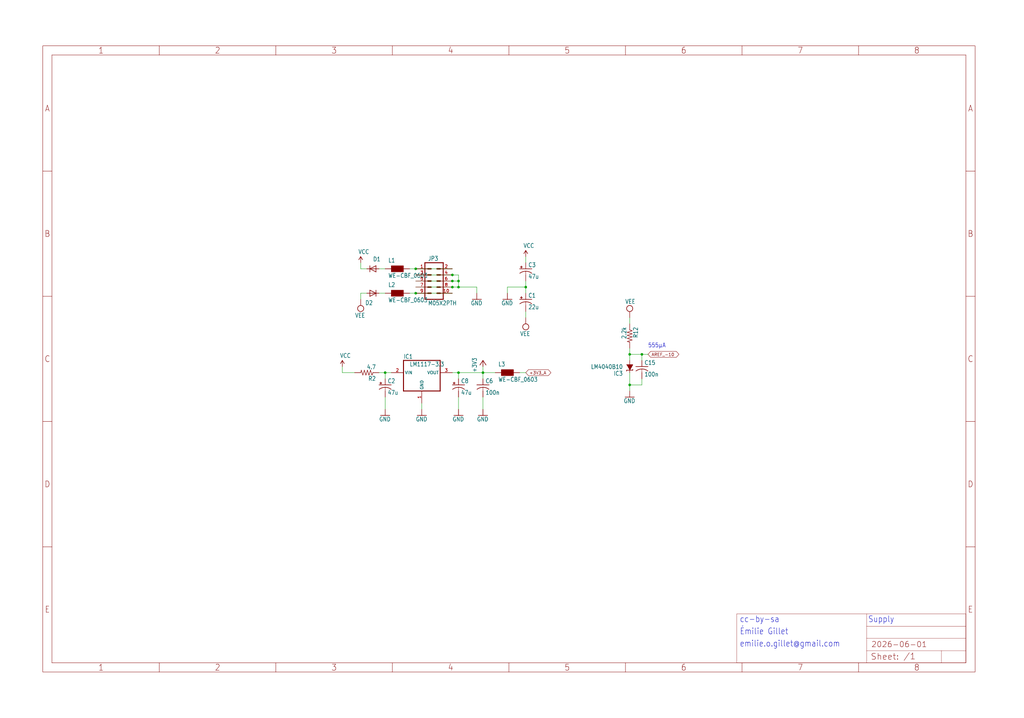
<source format=kicad_sch>
(kicad_sch
	(version 20231120)
	(generator "eeschema")
	(generator_version "8.0")
	(uuid "7bae15d6-f130-4282-869b-66bd3dd20cb1")
	(paper "User" 425.45 298.602)
	(lib_symbols
		(symbol "4URings-eagle-import:+3V3"
			(power)
			(exclude_from_sim no)
			(in_bom yes)
			(on_board yes)
			(property "Reference" "#+3V3"
				(at 0 0 0)
				(effects
					(font
						(size 1.27 1.27)
					)
					(hide yes)
				)
			)
			(property "Value" ""
				(at -2.54 -5.08 90)
				(effects
					(font
						(size 1.778 1.5113)
					)
					(justify left bottom)
				)
			)
			(property "Footprint" ""
				(at 0 0 0)
				(effects
					(font
						(size 1.27 1.27)
					)
					(hide yes)
				)
			)
			(property "Datasheet" ""
				(at 0 0 0)
				(effects
					(font
						(size 1.27 1.27)
					)
					(hide yes)
				)
			)
			(property "Description" "SUPPLY SYMBOL"
				(at 0 0 0)
				(effects
					(font
						(size 1.27 1.27)
					)
					(hide yes)
				)
			)
			(property "ki_locked" ""
				(at 0 0 0)
				(effects
					(font
						(size 1.27 1.27)
					)
				)
			)
			(symbol "+3V3_1_0"
				(polyline
					(pts
						(xy 0 0) (xy -1.27 -1.905)
					)
					(stroke
						(width 0.254)
						(type solid)
					)
					(fill
						(type none)
					)
				)
				(polyline
					(pts
						(xy 1.27 -1.905) (xy 0 0)
					)
					(stroke
						(width 0.254)
						(type solid)
					)
					(fill
						(type none)
					)
				)
				(pin power_in line
					(at 0 -2.54 90)
					(length 2.54)
					(name "+3V3"
						(effects
							(font
								(size 0 0)
							)
						)
					)
					(number "1"
						(effects
							(font
								(size 0 0)
							)
						)
					)
				)
			)
		)
		(symbol "4URings-eagle-import:A3L-LOC"
			(exclude_from_sim no)
			(in_bom yes)
			(on_board yes)
			(property "Reference" "#FRAME"
				(at 0 0 0)
				(effects
					(font
						(size 1.27 1.27)
					)
					(hide yes)
				)
			)
			(property "Value" ""
				(at 0 0 0)
				(effects
					(font
						(size 1.27 1.27)
					)
					(hide yes)
				)
			)
			(property "Footprint" ""
				(at 0 0 0)
				(effects
					(font
						(size 1.27 1.27)
					)
					(hide yes)
				)
			)
			(property "Datasheet" ""
				(at 0 0 0)
				(effects
					(font
						(size 1.27 1.27)
					)
					(hide yes)
				)
			)
			(property "Description" "FRAME\n\nDIN A3, landscape with location and doc. field"
				(at 0 0 0)
				(effects
					(font
						(size 1.27 1.27)
					)
					(hide yes)
				)
			)
			(property "ki_locked" ""
				(at 0 0 0)
				(effects
					(font
						(size 1.27 1.27)
					)
				)
			)
			(symbol "A3L-LOC_1_0"
				(polyline
					(pts
						(xy 0 52.07) (xy 3.81 52.07)
					)
					(stroke
						(width 0)
						(type default)
					)
					(fill
						(type none)
					)
				)
				(polyline
					(pts
						(xy 0 104.14) (xy 3.81 104.14)
					)
					(stroke
						(width 0)
						(type default)
					)
					(fill
						(type none)
					)
				)
				(polyline
					(pts
						(xy 0 156.21) (xy 3.81 156.21)
					)
					(stroke
						(width 0)
						(type default)
					)
					(fill
						(type none)
					)
				)
				(polyline
					(pts
						(xy 0 208.28) (xy 3.81 208.28)
					)
					(stroke
						(width 0)
						(type default)
					)
					(fill
						(type none)
					)
				)
				(polyline
					(pts
						(xy 3.81 3.81) (xy 3.81 256.54)
					)
					(stroke
						(width 0)
						(type default)
					)
					(fill
						(type none)
					)
				)
				(polyline
					(pts
						(xy 48.4188 0) (xy 48.4188 3.81)
					)
					(stroke
						(width 0)
						(type default)
					)
					(fill
						(type none)
					)
				)
				(polyline
					(pts
						(xy 48.4188 256.54) (xy 48.4188 260.35)
					)
					(stroke
						(width 0)
						(type default)
					)
					(fill
						(type none)
					)
				)
				(polyline
					(pts
						(xy 96.8375 0) (xy 96.8375 3.81)
					)
					(stroke
						(width 0)
						(type default)
					)
					(fill
						(type none)
					)
				)
				(polyline
					(pts
						(xy 96.8375 256.54) (xy 96.8375 260.35)
					)
					(stroke
						(width 0)
						(type default)
					)
					(fill
						(type none)
					)
				)
				(polyline
					(pts
						(xy 145.2563 0) (xy 145.2563 3.81)
					)
					(stroke
						(width 0)
						(type default)
					)
					(fill
						(type none)
					)
				)
				(polyline
					(pts
						(xy 145.2563 256.54) (xy 145.2563 260.35)
					)
					(stroke
						(width 0)
						(type default)
					)
					(fill
						(type none)
					)
				)
				(polyline
					(pts
						(xy 193.675 0) (xy 193.675 3.81)
					)
					(stroke
						(width 0)
						(type default)
					)
					(fill
						(type none)
					)
				)
				(polyline
					(pts
						(xy 193.675 256.54) (xy 193.675 260.35)
					)
					(stroke
						(width 0)
						(type default)
					)
					(fill
						(type none)
					)
				)
				(polyline
					(pts
						(xy 242.0938 0) (xy 242.0938 3.81)
					)
					(stroke
						(width 0)
						(type default)
					)
					(fill
						(type none)
					)
				)
				(polyline
					(pts
						(xy 242.0938 256.54) (xy 242.0938 260.35)
					)
					(stroke
						(width 0)
						(type default)
					)
					(fill
						(type none)
					)
				)
				(polyline
					(pts
						(xy 288.29 3.81) (xy 288.29 24.13)
					)
					(stroke
						(width 0.1016)
						(type solid)
					)
					(fill
						(type none)
					)
				)
				(polyline
					(pts
						(xy 288.29 3.81) (xy 342.265 3.81)
					)
					(stroke
						(width 0.1016)
						(type solid)
					)
					(fill
						(type none)
					)
				)
				(polyline
					(pts
						(xy 288.29 24.13) (xy 342.265 24.13)
					)
					(stroke
						(width 0.1016)
						(type solid)
					)
					(fill
						(type none)
					)
				)
				(polyline
					(pts
						(xy 290.5125 0) (xy 290.5125 3.81)
					)
					(stroke
						(width 0)
						(type default)
					)
					(fill
						(type none)
					)
				)
				(polyline
					(pts
						(xy 290.5125 256.54) (xy 290.5125 260.35)
					)
					(stroke
						(width 0)
						(type default)
					)
					(fill
						(type none)
					)
				)
				(polyline
					(pts
						(xy 338.9313 0) (xy 338.9313 3.81)
					)
					(stroke
						(width 0)
						(type default)
					)
					(fill
						(type none)
					)
				)
				(polyline
					(pts
						(xy 338.9313 256.54) (xy 338.9313 260.35)
					)
					(stroke
						(width 0)
						(type default)
					)
					(fill
						(type none)
					)
				)
				(polyline
					(pts
						(xy 342.265 3.81) (xy 373.38 3.81)
					)
					(stroke
						(width 0.1016)
						(type solid)
					)
					(fill
						(type none)
					)
				)
				(polyline
					(pts
						(xy 342.265 8.89) (xy 342.265 3.81)
					)
					(stroke
						(width 0.1016)
						(type solid)
					)
					(fill
						(type none)
					)
				)
				(polyline
					(pts
						(xy 342.265 8.89) (xy 342.265 13.97)
					)
					(stroke
						(width 0.1016)
						(type solid)
					)
					(fill
						(type none)
					)
				)
				(polyline
					(pts
						(xy 342.265 13.97) (xy 342.265 19.05)
					)
					(stroke
						(width 0.1016)
						(type solid)
					)
					(fill
						(type none)
					)
				)
				(polyline
					(pts
						(xy 342.265 13.97) (xy 383.54 13.97)
					)
					(stroke
						(width 0.1016)
						(type solid)
					)
					(fill
						(type none)
					)
				)
				(polyline
					(pts
						(xy 342.265 19.05) (xy 342.265 24.13)
					)
					(stroke
						(width 0.1016)
						(type solid)
					)
					(fill
						(type none)
					)
				)
				(polyline
					(pts
						(xy 342.265 19.05) (xy 383.54 19.05)
					)
					(stroke
						(width 0.1016)
						(type solid)
					)
					(fill
						(type none)
					)
				)
				(polyline
					(pts
						(xy 342.265 24.13) (xy 383.54 24.13)
					)
					(stroke
						(width 0.1016)
						(type solid)
					)
					(fill
						(type none)
					)
				)
				(polyline
					(pts
						(xy 373.38 3.81) (xy 373.38 8.89)
					)
					(stroke
						(width 0.1016)
						(type solid)
					)
					(fill
						(type none)
					)
				)
				(polyline
					(pts
						(xy 373.38 3.81) (xy 383.54 3.81)
					)
					(stroke
						(width 0.1016)
						(type solid)
					)
					(fill
						(type none)
					)
				)
				(polyline
					(pts
						(xy 373.38 8.89) (xy 342.265 8.89)
					)
					(stroke
						(width 0.1016)
						(type solid)
					)
					(fill
						(type none)
					)
				)
				(polyline
					(pts
						(xy 373.38 8.89) (xy 383.54 8.89)
					)
					(stroke
						(width 0.1016)
						(type solid)
					)
					(fill
						(type none)
					)
				)
				(polyline
					(pts
						(xy 383.54 3.81) (xy 3.81 3.81)
					)
					(stroke
						(width 0)
						(type default)
					)
					(fill
						(type none)
					)
				)
				(polyline
					(pts
						(xy 383.54 3.81) (xy 383.54 8.89)
					)
					(stroke
						(width 0.1016)
						(type solid)
					)
					(fill
						(type none)
					)
				)
				(polyline
					(pts
						(xy 383.54 3.81) (xy 383.54 256.54)
					)
					(stroke
						(width 0)
						(type default)
					)
					(fill
						(type none)
					)
				)
				(polyline
					(pts
						(xy 383.54 8.89) (xy 383.54 13.97)
					)
					(stroke
						(width 0.1016)
						(type solid)
					)
					(fill
						(type none)
					)
				)
				(polyline
					(pts
						(xy 383.54 13.97) (xy 383.54 19.05)
					)
					(stroke
						(width 0.1016)
						(type solid)
					)
					(fill
						(type none)
					)
				)
				(polyline
					(pts
						(xy 383.54 19.05) (xy 383.54 24.13)
					)
					(stroke
						(width 0.1016)
						(type solid)
					)
					(fill
						(type none)
					)
				)
				(polyline
					(pts
						(xy 383.54 52.07) (xy 387.35 52.07)
					)
					(stroke
						(width 0)
						(type default)
					)
					(fill
						(type none)
					)
				)
				(polyline
					(pts
						(xy 383.54 104.14) (xy 387.35 104.14)
					)
					(stroke
						(width 0)
						(type default)
					)
					(fill
						(type none)
					)
				)
				(polyline
					(pts
						(xy 383.54 156.21) (xy 387.35 156.21)
					)
					(stroke
						(width 0)
						(type default)
					)
					(fill
						(type none)
					)
				)
				(polyline
					(pts
						(xy 383.54 208.28) (xy 387.35 208.28)
					)
					(stroke
						(width 0)
						(type default)
					)
					(fill
						(type none)
					)
				)
				(polyline
					(pts
						(xy 383.54 256.54) (xy 3.81 256.54)
					)
					(stroke
						(width 0)
						(type default)
					)
					(fill
						(type none)
					)
				)
				(polyline
					(pts
						(xy 0 0) (xy 387.35 0) (xy 387.35 260.35) (xy 0 260.35) (xy 0 0)
					)
					(stroke
						(width 0)
						(type default)
					)
					(fill
						(type none)
					)
				)
				(text "${#}/${##}"
					(at 357.505 5.08 0)
					(effects
						(font
							(size 2.54 2.54)
						)
						(justify left bottom)
					)
				)
				(text "${CURRENT_DATE}"
					(at 344.17 10.16 0)
					(effects
						(font
							(size 2.286 2.286)
						)
						(justify left bottom)
					)
				)
				(text "${PROJECTNAME}"
					(at 344.17 15.24 0)
					(effects
						(font
							(size 2.54 2.54)
						)
						(justify left bottom)
					)
				)
				(text "1"
					(at 24.2094 1.905 0)
					(effects
						(font
							(size 2.54 2.286)
						)
					)
				)
				(text "1"
					(at 24.2094 258.445 0)
					(effects
						(font
							(size 2.54 2.286)
						)
					)
				)
				(text "2"
					(at 72.6281 1.905 0)
					(effects
						(font
							(size 2.54 2.286)
						)
					)
				)
				(text "2"
					(at 72.6281 258.445 0)
					(effects
						(font
							(size 2.54 2.286)
						)
					)
				)
				(text "3"
					(at 121.0469 1.905 0)
					(effects
						(font
							(size 2.54 2.286)
						)
					)
				)
				(text "3"
					(at 121.0469 258.445 0)
					(effects
						(font
							(size 2.54 2.286)
						)
					)
				)
				(text "4"
					(at 169.4656 1.905 0)
					(effects
						(font
							(size 2.54 2.286)
						)
					)
				)
				(text "4"
					(at 169.4656 258.445 0)
					(effects
						(font
							(size 2.54 2.286)
						)
					)
				)
				(text "5"
					(at 217.8844 1.905 0)
					(effects
						(font
							(size 2.54 2.286)
						)
					)
				)
				(text "5"
					(at 217.8844 258.445 0)
					(effects
						(font
							(size 2.54 2.286)
						)
					)
				)
				(text "6"
					(at 266.3031 1.905 0)
					(effects
						(font
							(size 2.54 2.286)
						)
					)
				)
				(text "6"
					(at 266.3031 258.445 0)
					(effects
						(font
							(size 2.54 2.286)
						)
					)
				)
				(text "7"
					(at 314.7219 1.905 0)
					(effects
						(font
							(size 2.54 2.286)
						)
					)
				)
				(text "7"
					(at 314.7219 258.445 0)
					(effects
						(font
							(size 2.54 2.286)
						)
					)
				)
				(text "8"
					(at 363.1406 1.905 0)
					(effects
						(font
							(size 2.54 2.286)
						)
					)
				)
				(text "8"
					(at 363.1406 258.445 0)
					(effects
						(font
							(size 2.54 2.286)
						)
					)
				)
				(text "A"
					(at 1.905 234.315 0)
					(effects
						(font
							(size 2.54 2.286)
						)
					)
				)
				(text "A"
					(at 385.445 234.315 0)
					(effects
						(font
							(size 2.54 2.286)
						)
					)
				)
				(text "B"
					(at 1.905 182.245 0)
					(effects
						(font
							(size 2.54 2.286)
						)
					)
				)
				(text "B"
					(at 385.445 182.245 0)
					(effects
						(font
							(size 2.54 2.286)
						)
					)
				)
				(text "C"
					(at 1.905 130.175 0)
					(effects
						(font
							(size 2.54 2.286)
						)
					)
				)
				(text "C"
					(at 385.445 130.175 0)
					(effects
						(font
							(size 2.54 2.286)
						)
					)
				)
				(text "D"
					(at 1.905 78.105 0)
					(effects
						(font
							(size 2.54 2.286)
						)
					)
				)
				(text "D"
					(at 385.445 78.105 0)
					(effects
						(font
							(size 2.54 2.286)
						)
					)
				)
				(text "E"
					(at 1.905 26.035 0)
					(effects
						(font
							(size 2.54 2.286)
						)
					)
				)
				(text "E"
					(at 385.445 26.035 0)
					(effects
						(font
							(size 2.54 2.286)
						)
					)
				)
				(text "Sheet:"
					(at 343.916 4.953 0)
					(effects
						(font
							(size 2.54 2.54)
						)
						(justify left bottom)
					)
				)
			)
		)
		(symbol "4URings-eagle-import:C-USC0603"
			(exclude_from_sim no)
			(in_bom yes)
			(on_board yes)
			(property "Reference" "C"
				(at 1.016 0.635 0)
				(effects
					(font
						(size 1.778 1.5113)
					)
					(justify left bottom)
				)
			)
			(property "Value" ""
				(at 1.016 -4.191 0)
				(effects
					(font
						(size 1.778 1.5113)
					)
					(justify left bottom)
				)
			)
			(property "Footprint" "4URings:C0603"
				(at 0 0 0)
				(effects
					(font
						(size 1.27 1.27)
					)
					(hide yes)
				)
			)
			(property "Datasheet" ""
				(at 0 0 0)
				(effects
					(font
						(size 1.27 1.27)
					)
					(hide yes)
				)
			)
			(property "Description" "CAPACITOR, American symbol"
				(at 0 0 0)
				(effects
					(font
						(size 1.27 1.27)
					)
					(hide yes)
				)
			)
			(property "ki_locked" ""
				(at 0 0 0)
				(effects
					(font
						(size 1.27 1.27)
					)
				)
			)
			(symbol "C-USC0603_1_0"
				(arc
					(start 0 -1.0161)
					(mid -1.302 -1.2303)
					(end -2.4668 -1.8504)
					(stroke
						(width 0.254)
						(type solid)
					)
					(fill
						(type none)
					)
				)
				(polyline
					(pts
						(xy -2.54 0) (xy 2.54 0)
					)
					(stroke
						(width 0.254)
						(type solid)
					)
					(fill
						(type none)
					)
				)
				(polyline
					(pts
						(xy 0 -1.016) (xy 0 -2.54)
					)
					(stroke
						(width 0.1524)
						(type solid)
					)
					(fill
						(type none)
					)
				)
				(arc
					(start 2.4892 -1.8541)
					(mid 1.3158 -1.2194)
					(end 0 -1)
					(stroke
						(width 0.254)
						(type solid)
					)
					(fill
						(type none)
					)
				)
				(pin passive line
					(at 0 2.54 270)
					(length 2.54)
					(name "1"
						(effects
							(font
								(size 0 0)
							)
						)
					)
					(number "1"
						(effects
							(font
								(size 0 0)
							)
						)
					)
				)
				(pin passive line
					(at 0 -5.08 90)
					(length 2.54)
					(name "2"
						(effects
							(font
								(size 0 0)
							)
						)
					)
					(number "2"
						(effects
							(font
								(size 0 0)
							)
						)
					)
				)
			)
		)
		(symbol "4URings-eagle-import:CPOL-USC"
			(exclude_from_sim no)
			(in_bom yes)
			(on_board yes)
			(property "Reference" "C"
				(at 1.016 0.635 0)
				(effects
					(font
						(size 1.778 1.5113)
					)
					(justify left bottom)
				)
			)
			(property "Value" ""
				(at 1.016 -4.191 0)
				(effects
					(font
						(size 1.778 1.5113)
					)
					(justify left bottom)
				)
			)
			(property "Footprint" "4URings:PANASONIC_C"
				(at 0 0 0)
				(effects
					(font
						(size 1.27 1.27)
					)
					(hide yes)
				)
			)
			(property "Datasheet" ""
				(at 0 0 0)
				(effects
					(font
						(size 1.27 1.27)
					)
					(hide yes)
				)
			)
			(property "Description" "POLARIZED CAPACITOR, American symbol"
				(at 0 0 0)
				(effects
					(font
						(size 1.27 1.27)
					)
					(hide yes)
				)
			)
			(property "ki_locked" ""
				(at 0 0 0)
				(effects
					(font
						(size 1.27 1.27)
					)
				)
			)
			(symbol "CPOL-USC_1_0"
				(rectangle
					(start -2.253 0.668)
					(end -1.364 0.795)
					(stroke
						(width 0)
						(type default)
					)
					(fill
						(type outline)
					)
				)
				(rectangle
					(start -1.872 0.287)
					(end -1.745 1.176)
					(stroke
						(width 0)
						(type default)
					)
					(fill
						(type outline)
					)
				)
				(arc
					(start 0 -1.0161)
					(mid -1.3021 -1.2303)
					(end -2.4669 -1.8504)
					(stroke
						(width 0.254)
						(type solid)
					)
					(fill
						(type none)
					)
				)
				(polyline
					(pts
						(xy -2.54 0) (xy 2.54 0)
					)
					(stroke
						(width 0.254)
						(type solid)
					)
					(fill
						(type none)
					)
				)
				(polyline
					(pts
						(xy 0 -1.016) (xy 0 -2.54)
					)
					(stroke
						(width 0.1524)
						(type solid)
					)
					(fill
						(type none)
					)
				)
				(arc
					(start 2.4892 -1.8541)
					(mid 1.3158 -1.2194)
					(end 0 -1)
					(stroke
						(width 0.254)
						(type solid)
					)
					(fill
						(type none)
					)
				)
				(pin passive line
					(at 0 2.54 270)
					(length 2.54)
					(name "+"
						(effects
							(font
								(size 0 0)
							)
						)
					)
					(number "+"
						(effects
							(font
								(size 0 0)
							)
						)
					)
				)
				(pin passive line
					(at 0 -5.08 90)
					(length 2.54)
					(name "-"
						(effects
							(font
								(size 0 0)
							)
						)
					)
					(number "-"
						(effects
							(font
								(size 0 0)
							)
						)
					)
				)
			)
		)
		(symbol "4URings-eagle-import:CPOL-USD"
			(exclude_from_sim no)
			(in_bom yes)
			(on_board yes)
			(property "Reference" "C"
				(at 1.016 0.635 0)
				(effects
					(font
						(size 1.778 1.5113)
					)
					(justify left bottom)
				)
			)
			(property "Value" ""
				(at 1.016 -4.191 0)
				(effects
					(font
						(size 1.778 1.5113)
					)
					(justify left bottom)
				)
			)
			(property "Footprint" "4URings:PANASONIC_D"
				(at 0 0 0)
				(effects
					(font
						(size 1.27 1.27)
					)
					(hide yes)
				)
			)
			(property "Datasheet" ""
				(at 0 0 0)
				(effects
					(font
						(size 1.27 1.27)
					)
					(hide yes)
				)
			)
			(property "Description" "POLARIZED CAPACITOR, American symbol"
				(at 0 0 0)
				(effects
					(font
						(size 1.27 1.27)
					)
					(hide yes)
				)
			)
			(property "ki_locked" ""
				(at 0 0 0)
				(effects
					(font
						(size 1.27 1.27)
					)
				)
			)
			(symbol "CPOL-USD_1_0"
				(rectangle
					(start -2.253 0.668)
					(end -1.364 0.795)
					(stroke
						(width 0)
						(type default)
					)
					(fill
						(type outline)
					)
				)
				(rectangle
					(start -1.872 0.287)
					(end -1.745 1.176)
					(stroke
						(width 0)
						(type default)
					)
					(fill
						(type outline)
					)
				)
				(arc
					(start 0 -1.0161)
					(mid -1.3021 -1.2303)
					(end -2.4669 -1.8504)
					(stroke
						(width 0.254)
						(type solid)
					)
					(fill
						(type none)
					)
				)
				(polyline
					(pts
						(xy -2.54 0) (xy 2.54 0)
					)
					(stroke
						(width 0.254)
						(type solid)
					)
					(fill
						(type none)
					)
				)
				(polyline
					(pts
						(xy 0 -1.016) (xy 0 -2.54)
					)
					(stroke
						(width 0.1524)
						(type solid)
					)
					(fill
						(type none)
					)
				)
				(arc
					(start 2.4892 -1.8541)
					(mid 1.3158 -1.2194)
					(end 0 -1)
					(stroke
						(width 0.254)
						(type solid)
					)
					(fill
						(type none)
					)
				)
				(pin passive line
					(at 0 2.54 270)
					(length 2.54)
					(name "+"
						(effects
							(font
								(size 0 0)
							)
						)
					)
					(number "+"
						(effects
							(font
								(size 0 0)
							)
						)
					)
				)
				(pin passive line
					(at 0 -5.08 90)
					(length 2.54)
					(name "-"
						(effects
							(font
								(size 0 0)
							)
						)
					)
					(number "-"
						(effects
							(font
								(size 0 0)
							)
						)
					)
				)
			)
		)
		(symbol "4URings-eagle-import:DIODE-SOD123"
			(exclude_from_sim no)
			(in_bom yes)
			(on_board yes)
			(property "Reference" "D"
				(at 2.54 0.4826 0)
				(effects
					(font
						(size 1.778 1.5113)
					)
					(justify left bottom)
				)
			)
			(property "Value" ""
				(at 2.54 -2.3114 0)
				(effects
					(font
						(size 1.778 1.5113)
					)
					(justify left bottom)
				)
			)
			(property "Footprint" "4URings:SOD123"
				(at 0 0 0)
				(effects
					(font
						(size 1.27 1.27)
					)
					(hide yes)
				)
			)
			(property "Datasheet" ""
				(at 0 0 0)
				(effects
					(font
						(size 1.27 1.27)
					)
					(hide yes)
				)
			)
			(property "Description" "DIODE"
				(at 0 0 0)
				(effects
					(font
						(size 1.27 1.27)
					)
					(hide yes)
				)
			)
			(property "ki_locked" ""
				(at 0 0 0)
				(effects
					(font
						(size 1.27 1.27)
					)
				)
			)
			(symbol "DIODE-SOD123_1_0"
				(polyline
					(pts
						(xy -1.27 -1.27) (xy 1.27 0)
					)
					(stroke
						(width 0.254)
						(type solid)
					)
					(fill
						(type none)
					)
				)
				(polyline
					(pts
						(xy -1.27 1.27) (xy -1.27 -1.27)
					)
					(stroke
						(width 0.254)
						(type solid)
					)
					(fill
						(type none)
					)
				)
				(polyline
					(pts
						(xy 1.27 0) (xy -1.27 1.27)
					)
					(stroke
						(width 0.254)
						(type solid)
					)
					(fill
						(type none)
					)
				)
				(polyline
					(pts
						(xy 1.27 0) (xy 1.27 -1.27)
					)
					(stroke
						(width 0.254)
						(type solid)
					)
					(fill
						(type none)
					)
				)
				(polyline
					(pts
						(xy 1.27 1.27) (xy 1.27 0)
					)
					(stroke
						(width 0.254)
						(type solid)
					)
					(fill
						(type none)
					)
				)
				(pin passive line
					(at -2.54 0 0)
					(length 2.54)
					(name "A"
						(effects
							(font
								(size 0 0)
							)
						)
					)
					(number "A"
						(effects
							(font
								(size 0 0)
							)
						)
					)
				)
				(pin passive line
					(at 2.54 0 180)
					(length 2.54)
					(name "C"
						(effects
							(font
								(size 0 0)
							)
						)
					)
					(number "C"
						(effects
							(font
								(size 0 0)
							)
						)
					)
				)
			)
		)
		(symbol "4URings-eagle-import:GND"
			(power)
			(exclude_from_sim no)
			(in_bom yes)
			(on_board yes)
			(property "Reference" "#GND"
				(at 0 0 0)
				(effects
					(font
						(size 1.27 1.27)
					)
					(hide yes)
				)
			)
			(property "Value" ""
				(at -2.54 -2.54 0)
				(effects
					(font
						(size 1.778 1.5113)
					)
					(justify left bottom)
				)
			)
			(property "Footprint" ""
				(at 0 0 0)
				(effects
					(font
						(size 1.27 1.27)
					)
					(hide yes)
				)
			)
			(property "Datasheet" ""
				(at 0 0 0)
				(effects
					(font
						(size 1.27 1.27)
					)
					(hide yes)
				)
			)
			(property "Description" "SUPPLY SYMBOL"
				(at 0 0 0)
				(effects
					(font
						(size 1.27 1.27)
					)
					(hide yes)
				)
			)
			(property "ki_locked" ""
				(at 0 0 0)
				(effects
					(font
						(size 1.27 1.27)
					)
				)
			)
			(symbol "GND_1_0"
				(polyline
					(pts
						(xy -1.905 0) (xy 1.905 0)
					)
					(stroke
						(width 0.254)
						(type solid)
					)
					(fill
						(type none)
					)
				)
				(pin power_in line
					(at 0 2.54 270)
					(length 2.54)
					(name "GND"
						(effects
							(font
								(size 0 0)
							)
						)
					)
					(number "1"
						(effects
							(font
								(size 0 0)
							)
						)
					)
				)
			)
		)
		(symbol "4URings-eagle-import:LM4041DBZ"
			(exclude_from_sim no)
			(in_bom yes)
			(on_board yes)
			(property "Reference" "IC"
				(at 2.794 1.905 0)
				(effects
					(font
						(size 1.778 1.5113)
					)
					(justify left bottom)
				)
			)
			(property "Value" ""
				(at 2.794 -0.889 0)
				(effects
					(font
						(size 1.778 1.5113)
					)
					(justify left bottom)
				)
			)
			(property "Footprint" "4URings:DBZ_R-PDSO-G3"
				(at 0 0 0)
				(effects
					(font
						(size 1.27 1.27)
					)
					(hide yes)
				)
			)
			(property "Datasheet" ""
				(at 0 0 0)
				(effects
					(font
						(size 1.27 1.27)
					)
					(hide yes)
				)
			)
			(property "Description" "PRECISION MICROPOWER SHUNT VOLTAGE REFERENCE\n\nSource: http://focus.ti.com/lit/ds/slcs146e/slcs146e.pdf"
				(at 0 0 0)
				(effects
					(font
						(size 1.27 1.27)
					)
					(hide yes)
				)
			)
			(property "ki_locked" ""
				(at 0 0 0)
				(effects
					(font
						(size 1.27 1.27)
					)
				)
			)
			(symbol "LM4041DBZ_1_0"
				(polyline
					(pts
						(xy -1.27 1.524) (xy -1.27 1.143)
					)
					(stroke
						(width 0.254)
						(type solid)
					)
					(fill
						(type none)
					)
				)
				(polyline
					(pts
						(xy 0 1.524) (xy -1.27 1.524)
					)
					(stroke
						(width 0.254)
						(type solid)
					)
					(fill
						(type none)
					)
				)
				(polyline
					(pts
						(xy 1.27 1.524) (xy 0 1.524)
					)
					(stroke
						(width 0.254)
						(type solid)
					)
					(fill
						(type none)
					)
				)
				(polyline
					(pts
						(xy 1.27 1.905) (xy 1.27 1.524)
					)
					(stroke
						(width 0.254)
						(type solid)
					)
					(fill
						(type none)
					)
				)
				(polyline
					(pts
						(xy 0 1.524) (xy -1.27 -0.762) (xy 1.27 -0.762)
					)
					(stroke
						(width 0.254)
						(type solid)
					)
					(fill
						(type outline)
					)
				)
				(pin passive line
					(at 0 2.54 270)
					(length 2.54)
					(name "C"
						(effects
							(font
								(size 0 0)
							)
						)
					)
					(number "1"
						(effects
							(font
								(size 0 0)
							)
						)
					)
				)
				(pin passive line
					(at 0 -2.54 90)
					(length 2.54)
					(name "A"
						(effects
							(font
								(size 0 0)
							)
						)
					)
					(number "2"
						(effects
							(font
								(size 0 0)
							)
						)
					)
				)
			)
		)
		(symbol "4URings-eagle-import:M05X2PTH"
			(exclude_from_sim no)
			(in_bom yes)
			(on_board yes)
			(property "Reference" "JP"
				(at -2.54 8.382 0)
				(effects
					(font
						(size 1.778 1.5113)
					)
					(justify left bottom)
				)
			)
			(property "Value" ""
				(at -2.54 -10.16 0)
				(effects
					(font
						(size 1.778 1.5113)
					)
					(justify left bottom)
				)
			)
			(property "Footprint" "4URings:AVR_ICSP"
				(at 0 0 0)
				(effects
					(font
						(size 1.27 1.27)
					)
					(hide yes)
				)
			)
			(property "Datasheet" ""
				(at 0 0 0)
				(effects
					(font
						(size 1.27 1.27)
					)
					(hide yes)
				)
			)
			(property "Description" "Header 5x2 Standard 10-pin dual row 0.1\" header. Commonly used with AVR-ISP. Use with Spark Fun Electronics SKU: PRT-00778"
				(at 0 0 0)
				(effects
					(font
						(size 1.27 1.27)
					)
					(hide yes)
				)
			)
			(property "ki_locked" ""
				(at 0 0 0)
				(effects
					(font
						(size 1.27 1.27)
					)
				)
			)
			(symbol "M05X2PTH_1_0"
				(polyline
					(pts
						(xy -3.81 7.62) (xy -3.81 -7.62)
					)
					(stroke
						(width 0.4064)
						(type solid)
					)
					(fill
						(type none)
					)
				)
				(polyline
					(pts
						(xy -3.81 7.62) (xy 3.81 7.62)
					)
					(stroke
						(width 0.4064)
						(type solid)
					)
					(fill
						(type none)
					)
				)
				(polyline
					(pts
						(xy -1.27 -5.08) (xy -2.54 -5.08)
					)
					(stroke
						(width 0.6096)
						(type solid)
					)
					(fill
						(type none)
					)
				)
				(polyline
					(pts
						(xy -1.27 -2.54) (xy -2.54 -2.54)
					)
					(stroke
						(width 0.6096)
						(type solid)
					)
					(fill
						(type none)
					)
				)
				(polyline
					(pts
						(xy -1.27 0) (xy -2.54 0)
					)
					(stroke
						(width 0.6096)
						(type solid)
					)
					(fill
						(type none)
					)
				)
				(polyline
					(pts
						(xy -1.27 2.54) (xy -2.54 2.54)
					)
					(stroke
						(width 0.6096)
						(type solid)
					)
					(fill
						(type none)
					)
				)
				(polyline
					(pts
						(xy -1.27 5.08) (xy -2.54 5.08)
					)
					(stroke
						(width 0.6096)
						(type solid)
					)
					(fill
						(type none)
					)
				)
				(polyline
					(pts
						(xy 1.27 -5.08) (xy 2.54 -5.08)
					)
					(stroke
						(width 0.6096)
						(type solid)
					)
					(fill
						(type none)
					)
				)
				(polyline
					(pts
						(xy 1.27 -2.54) (xy 2.54 -2.54)
					)
					(stroke
						(width 0.6096)
						(type solid)
					)
					(fill
						(type none)
					)
				)
				(polyline
					(pts
						(xy 1.27 0) (xy 2.54 0)
					)
					(stroke
						(width 0.6096)
						(type solid)
					)
					(fill
						(type none)
					)
				)
				(polyline
					(pts
						(xy 1.27 2.54) (xy 2.54 2.54)
					)
					(stroke
						(width 0.6096)
						(type solid)
					)
					(fill
						(type none)
					)
				)
				(polyline
					(pts
						(xy 1.27 5.08) (xy 2.54 5.08)
					)
					(stroke
						(width 0.6096)
						(type solid)
					)
					(fill
						(type none)
					)
				)
				(polyline
					(pts
						(xy 3.81 -7.62) (xy -3.81 -7.62)
					)
					(stroke
						(width 0.4064)
						(type solid)
					)
					(fill
						(type none)
					)
				)
				(polyline
					(pts
						(xy 3.81 -7.62) (xy 3.81 7.62)
					)
					(stroke
						(width 0.4064)
						(type solid)
					)
					(fill
						(type none)
					)
				)
				(pin passive line
					(at -7.62 5.08 0)
					(length 5.08)
					(name "1"
						(effects
							(font
								(size 0 0)
							)
						)
					)
					(number "1"
						(effects
							(font
								(size 1.27 1.27)
							)
						)
					)
				)
				(pin passive line
					(at 7.62 -5.08 180)
					(length 5.08)
					(name "10"
						(effects
							(font
								(size 0 0)
							)
						)
					)
					(number "10"
						(effects
							(font
								(size 1.27 1.27)
							)
						)
					)
				)
				(pin passive line
					(at 7.62 5.08 180)
					(length 5.08)
					(name "2"
						(effects
							(font
								(size 0 0)
							)
						)
					)
					(number "2"
						(effects
							(font
								(size 1.27 1.27)
							)
						)
					)
				)
				(pin passive line
					(at -7.62 2.54 0)
					(length 5.08)
					(name "3"
						(effects
							(font
								(size 0 0)
							)
						)
					)
					(number "3"
						(effects
							(font
								(size 1.27 1.27)
							)
						)
					)
				)
				(pin passive line
					(at 7.62 2.54 180)
					(length 5.08)
					(name "4"
						(effects
							(font
								(size 0 0)
							)
						)
					)
					(number "4"
						(effects
							(font
								(size 1.27 1.27)
							)
						)
					)
				)
				(pin passive line
					(at -7.62 0 0)
					(length 5.08)
					(name "5"
						(effects
							(font
								(size 0 0)
							)
						)
					)
					(number "5"
						(effects
							(font
								(size 1.27 1.27)
							)
						)
					)
				)
				(pin passive line
					(at 7.62 0 180)
					(length 5.08)
					(name "6"
						(effects
							(font
								(size 0 0)
							)
						)
					)
					(number "6"
						(effects
							(font
								(size 1.27 1.27)
							)
						)
					)
				)
				(pin passive line
					(at -7.62 -2.54 0)
					(length 5.08)
					(name "7"
						(effects
							(font
								(size 0 0)
							)
						)
					)
					(number "7"
						(effects
							(font
								(size 1.27 1.27)
							)
						)
					)
				)
				(pin passive line
					(at 7.62 -2.54 180)
					(length 5.08)
					(name "8"
						(effects
							(font
								(size 0 0)
							)
						)
					)
					(number "8"
						(effects
							(font
								(size 1.27 1.27)
							)
						)
					)
				)
				(pin passive line
					(at -7.62 -5.08 0)
					(length 5.08)
					(name "9"
						(effects
							(font
								(size 0 0)
							)
						)
					)
					(number "9"
						(effects
							(font
								(size 1.27 1.27)
							)
						)
					)
				)
			)
		)
		(symbol "4URings-eagle-import:R-US_R0603"
			(exclude_from_sim no)
			(in_bom yes)
			(on_board yes)
			(property "Reference" "R"
				(at -3.81 1.4986 0)
				(effects
					(font
						(size 1.778 1.5113)
					)
					(justify left bottom)
				)
			)
			(property "Value" ""
				(at -3.81 -3.302 0)
				(effects
					(font
						(size 1.778 1.5113)
					)
					(justify left bottom)
				)
			)
			(property "Footprint" "4URings:R0603"
				(at 0 0 0)
				(effects
					(font
						(size 1.27 1.27)
					)
					(hide yes)
				)
			)
			(property "Datasheet" ""
				(at 0 0 0)
				(effects
					(font
						(size 1.27 1.27)
					)
					(hide yes)
				)
			)
			(property "Description" "RESISTOR, American symbol"
				(at 0 0 0)
				(effects
					(font
						(size 1.27 1.27)
					)
					(hide yes)
				)
			)
			(property "ki_locked" ""
				(at 0 0 0)
				(effects
					(font
						(size 1.27 1.27)
					)
				)
			)
			(symbol "R-US_R0603_1_0"
				(polyline
					(pts
						(xy -2.54 0) (xy -2.159 1.016)
					)
					(stroke
						(width 0.2032)
						(type solid)
					)
					(fill
						(type none)
					)
				)
				(polyline
					(pts
						(xy -2.159 1.016) (xy -1.524 -1.016)
					)
					(stroke
						(width 0.2032)
						(type solid)
					)
					(fill
						(type none)
					)
				)
				(polyline
					(pts
						(xy -1.524 -1.016) (xy -0.889 1.016)
					)
					(stroke
						(width 0.2032)
						(type solid)
					)
					(fill
						(type none)
					)
				)
				(polyline
					(pts
						(xy -0.889 1.016) (xy -0.254 -1.016)
					)
					(stroke
						(width 0.2032)
						(type solid)
					)
					(fill
						(type none)
					)
				)
				(polyline
					(pts
						(xy -0.254 -1.016) (xy 0.381 1.016)
					)
					(stroke
						(width 0.2032)
						(type solid)
					)
					(fill
						(type none)
					)
				)
				(polyline
					(pts
						(xy 0.381 1.016) (xy 1.016 -1.016)
					)
					(stroke
						(width 0.2032)
						(type solid)
					)
					(fill
						(type none)
					)
				)
				(polyline
					(pts
						(xy 1.016 -1.016) (xy 1.651 1.016)
					)
					(stroke
						(width 0.2032)
						(type solid)
					)
					(fill
						(type none)
					)
				)
				(polyline
					(pts
						(xy 1.651 1.016) (xy 2.286 -1.016)
					)
					(stroke
						(width 0.2032)
						(type solid)
					)
					(fill
						(type none)
					)
				)
				(polyline
					(pts
						(xy 2.286 -1.016) (xy 2.54 0)
					)
					(stroke
						(width 0.2032)
						(type solid)
					)
					(fill
						(type none)
					)
				)
				(pin passive line
					(at -5.08 0 0)
					(length 2.54)
					(name "1"
						(effects
							(font
								(size 0 0)
							)
						)
					)
					(number "1"
						(effects
							(font
								(size 0 0)
							)
						)
					)
				)
				(pin passive line
					(at 5.08 0 180)
					(length 2.54)
					(name "2"
						(effects
							(font
								(size 0 0)
							)
						)
					)
					(number "2"
						(effects
							(font
								(size 0 0)
							)
						)
					)
				)
			)
		)
		(symbol "4URings-eagle-import:R-US_R1206"
			(exclude_from_sim no)
			(in_bom yes)
			(on_board yes)
			(property "Reference" "R"
				(at -3.81 1.4986 0)
				(effects
					(font
						(size 1.778 1.5113)
					)
					(justify left bottom)
				)
			)
			(property "Value" ""
				(at -3.81 -3.302 0)
				(effects
					(font
						(size 1.778 1.5113)
					)
					(justify left bottom)
				)
			)
			(property "Footprint" "4URings:R1206"
				(at 0 0 0)
				(effects
					(font
						(size 1.27 1.27)
					)
					(hide yes)
				)
			)
			(property "Datasheet" ""
				(at 0 0 0)
				(effects
					(font
						(size 1.27 1.27)
					)
					(hide yes)
				)
			)
			(property "Description" "RESISTOR, American symbol"
				(at 0 0 0)
				(effects
					(font
						(size 1.27 1.27)
					)
					(hide yes)
				)
			)
			(property "ki_locked" ""
				(at 0 0 0)
				(effects
					(font
						(size 1.27 1.27)
					)
				)
			)
			(symbol "R-US_R1206_1_0"
				(polyline
					(pts
						(xy -2.54 0) (xy -2.159 1.016)
					)
					(stroke
						(width 0.2032)
						(type solid)
					)
					(fill
						(type none)
					)
				)
				(polyline
					(pts
						(xy -2.159 1.016) (xy -1.524 -1.016)
					)
					(stroke
						(width 0.2032)
						(type solid)
					)
					(fill
						(type none)
					)
				)
				(polyline
					(pts
						(xy -1.524 -1.016) (xy -0.889 1.016)
					)
					(stroke
						(width 0.2032)
						(type solid)
					)
					(fill
						(type none)
					)
				)
				(polyline
					(pts
						(xy -0.889 1.016) (xy -0.254 -1.016)
					)
					(stroke
						(width 0.2032)
						(type solid)
					)
					(fill
						(type none)
					)
				)
				(polyline
					(pts
						(xy -0.254 -1.016) (xy 0.381 1.016)
					)
					(stroke
						(width 0.2032)
						(type solid)
					)
					(fill
						(type none)
					)
				)
				(polyline
					(pts
						(xy 0.381 1.016) (xy 1.016 -1.016)
					)
					(stroke
						(width 0.2032)
						(type solid)
					)
					(fill
						(type none)
					)
				)
				(polyline
					(pts
						(xy 1.016 -1.016) (xy 1.651 1.016)
					)
					(stroke
						(width 0.2032)
						(type solid)
					)
					(fill
						(type none)
					)
				)
				(polyline
					(pts
						(xy 1.651 1.016) (xy 2.286 -1.016)
					)
					(stroke
						(width 0.2032)
						(type solid)
					)
					(fill
						(type none)
					)
				)
				(polyline
					(pts
						(xy 2.286 -1.016) (xy 2.54 0)
					)
					(stroke
						(width 0.2032)
						(type solid)
					)
					(fill
						(type none)
					)
				)
				(pin passive line
					(at -5.08 0 0)
					(length 2.54)
					(name "1"
						(effects
							(font
								(size 0 0)
							)
						)
					)
					(number "1"
						(effects
							(font
								(size 0 0)
							)
						)
					)
				)
				(pin passive line
					(at 5.08 0 180)
					(length 2.54)
					(name "2"
						(effects
							(font
								(size 0 0)
							)
						)
					)
					(number "2"
						(effects
							(font
								(size 0 0)
							)
						)
					)
				)
			)
		)
		(symbol "4URings-eagle-import:REG1117T"
			(exclude_from_sim no)
			(in_bom yes)
			(on_board yes)
			(property "Reference" "IC"
				(at -7.62 5.715 0)
				(effects
					(font
						(size 1.778 1.5113)
					)
					(justify left bottom)
				)
			)
			(property "Value" ""
				(at -5.08 2.54 0)
				(effects
					(font
						(size 1.778 1.5113)
					)
					(justify left bottom)
				)
			)
			(property "Footprint" "4URings:TO252"
				(at 0 0 0)
				(effects
					(font
						(size 1.27 1.27)
					)
					(hide yes)
				)
			)
			(property "Datasheet" ""
				(at 0 0 0)
				(effects
					(font
						(size 1.27 1.27)
					)
					(hide yes)
				)
			)
			(property "Description" "800mA and 1A Low Dropout (LDO) Positive Regulator\n\n1.8V, 2.5V, 2.85V, 3.3V, 5V, and Adj"
				(at 0 0 0)
				(effects
					(font
						(size 1.27 1.27)
					)
					(hide yes)
				)
			)
			(property "ki_locked" ""
				(at 0 0 0)
				(effects
					(font
						(size 1.27 1.27)
					)
				)
			)
			(symbol "REG1117T_1_0"
				(polyline
					(pts
						(xy -7.62 -7.62) (xy 7.62 -7.62)
					)
					(stroke
						(width 0.4064)
						(type solid)
					)
					(fill
						(type none)
					)
				)
				(polyline
					(pts
						(xy -7.62 5.08) (xy -7.62 -7.62)
					)
					(stroke
						(width 0.4064)
						(type solid)
					)
					(fill
						(type none)
					)
				)
				(polyline
					(pts
						(xy 7.62 -7.62) (xy 7.62 5.08)
					)
					(stroke
						(width 0.4064)
						(type solid)
					)
					(fill
						(type none)
					)
				)
				(polyline
					(pts
						(xy 7.62 5.08) (xy -7.62 5.08)
					)
					(stroke
						(width 0.4064)
						(type solid)
					)
					(fill
						(type none)
					)
				)
				(pin power_in line
					(at 0 -12.7 90)
					(length 5.08)
					(name "GND"
						(effects
							(font
								(size 1.27 1.27)
							)
						)
					)
					(number "1"
						(effects
							(font
								(size 1.27 1.27)
							)
						)
					)
				)
				(pin input line
					(at -12.7 0 0)
					(length 5.08)
					(name "VIN"
						(effects
							(font
								(size 1.27 1.27)
							)
						)
					)
					(number "2"
						(effects
							(font
								(size 1.27 1.27)
							)
						)
					)
				)
				(pin output line
					(at 12.7 0 180)
					(length 5.08)
					(name "VOUT"
						(effects
							(font
								(size 1.27 1.27)
							)
						)
					)
					(number "3"
						(effects
							(font
								(size 1.27 1.27)
							)
						)
					)
				)
			)
		)
		(symbol "4URings-eagle-import:VCC"
			(power)
			(exclude_from_sim no)
			(in_bom yes)
			(on_board yes)
			(property "Reference" "#P+"
				(at 0 0 0)
				(effects
					(font
						(size 1.27 1.27)
					)
					(hide yes)
				)
			)
			(property "Value" ""
				(at -1.016 3.556 0)
				(effects
					(font
						(size 1.778 1.5113)
					)
					(justify left bottom)
				)
			)
			(property "Footprint" ""
				(at 0 0 0)
				(effects
					(font
						(size 1.27 1.27)
					)
					(hide yes)
				)
			)
			(property "Datasheet" ""
				(at 0 0 0)
				(effects
					(font
						(size 1.27 1.27)
					)
					(hide yes)
				)
			)
			(property "Description" "SUPPLY SYMBOL"
				(at 0 0 0)
				(effects
					(font
						(size 1.27 1.27)
					)
					(hide yes)
				)
			)
			(property "ki_locked" ""
				(at 0 0 0)
				(effects
					(font
						(size 1.27 1.27)
					)
				)
			)
			(symbol "VCC_1_0"
				(polyline
					(pts
						(xy 0 2.54) (xy -0.762 1.27)
					)
					(stroke
						(width 0.254)
						(type solid)
					)
					(fill
						(type none)
					)
				)
				(polyline
					(pts
						(xy 0.762 1.27) (xy 0 2.54)
					)
					(stroke
						(width 0.254)
						(type solid)
					)
					(fill
						(type none)
					)
				)
				(pin power_in line
					(at 0 0 90)
					(length 2.54)
					(name "VCC"
						(effects
							(font
								(size 0 0)
							)
						)
					)
					(number "1"
						(effects
							(font
								(size 0 0)
							)
						)
					)
				)
			)
		)
		(symbol "4URings-eagle-import:VEE"
			(power)
			(exclude_from_sim no)
			(in_bom yes)
			(on_board yes)
			(property "Reference" "#SUPPLY"
				(at 0 0 0)
				(effects
					(font
						(size 1.27 1.27)
					)
					(hide yes)
				)
			)
			(property "Value" ""
				(at -1.905 3.175 0)
				(effects
					(font
						(size 1.778 1.5113)
					)
					(justify left bottom)
				)
			)
			(property "Footprint" ""
				(at 0 0 0)
				(effects
					(font
						(size 1.27 1.27)
					)
					(hide yes)
				)
			)
			(property "Datasheet" ""
				(at 0 0 0)
				(effects
					(font
						(size 1.27 1.27)
					)
					(hide yes)
				)
			)
			(property "Description" "SUPPLY SYMBOL"
				(at 0 0 0)
				(effects
					(font
						(size 1.27 1.27)
					)
					(hide yes)
				)
			)
			(property "ki_locked" ""
				(at 0 0 0)
				(effects
					(font
						(size 1.27 1.27)
					)
				)
			)
			(symbol "VEE_1_0"
				(circle
					(center 0 1.27)
					(radius 1.27)
					(stroke
						(width 0.254)
						(type solid)
					)
					(fill
						(type none)
					)
				)
				(pin power_in line
					(at 0 -2.54 90)
					(length 2.54)
					(name "VEE"
						(effects
							(font
								(size 0 0)
							)
						)
					)
					(number "1"
						(effects
							(font
								(size 0 0)
							)
						)
					)
				)
			)
		)
		(symbol "4URings-eagle-import:WE-CBF_0603"
			(exclude_from_sim no)
			(in_bom yes)
			(on_board yes)
			(property "Reference" "L"
				(at -3.81 5.08 0)
				(effects
					(font
						(size 1.778 1.5113)
					)
					(justify left bottom)
				)
			)
			(property "Value" ""
				(at -3.81 -1.27 0)
				(effects
					(font
						(size 1.778 1.5113)
					)
					(justify left bottom)
				)
			)
			(property "Footprint" "4URings:0603"
				(at 0 0 0)
				(effects
					(font
						(size 1.27 1.27)
					)
					(hide yes)
				)
			)
			(property "Datasheet" ""
				(at 0 0 0)
				(effects
					(font
						(size 1.27 1.27)
					)
					(hide yes)
				)
			)
			(property "Description" "SMD EMI Suppression Ferrite Beads  - excellent anti-EMI properties  - low DCR - impedances till 3000 ohms - rated current up to 6 A"
				(at 0 0 0)
				(effects
					(font
						(size 1.27 1.27)
					)
					(hide yes)
				)
			)
			(property "ki_locked" ""
				(at 0 0 0)
				(effects
					(font
						(size 1.27 1.27)
					)
				)
			)
			(symbol "WE-CBF_0603_1_0"
				(rectangle
					(start -2.54 1.27)
					(end 2.54 3.81)
					(stroke
						(width 0)
						(type default)
					)
					(fill
						(type outline)
					)
				)
				(pin passive line
					(at -5.08 2.54 0)
					(length 2.54)
					(name "1"
						(effects
							(font
								(size 0 0)
							)
						)
					)
					(number "1"
						(effects
							(font
								(size 0 0)
							)
						)
					)
				)
				(pin passive line
					(at 5.08 2.54 180)
					(length 2.54)
					(name "2"
						(effects
							(font
								(size 0 0)
							)
						)
					)
					(number "2"
						(effects
							(font
								(size 0 0)
							)
						)
					)
				)
			)
		)
	)
	(junction
		(at 187.96 114.3)
		(diameter 0)
		(color 0 0 0 0)
		(uuid "046a55a6-9e51-483c-85b6-c323e5a20505")
	)
	(junction
		(at 190.5 154.94)
		(diameter 0)
		(color 0 0 0 0)
		(uuid "1d16fcc2-4678-485e-9899-298e17856320")
	)
	(junction
		(at 190.5 116.84)
		(diameter 0)
		(color 0 0 0 0)
		(uuid "2346da6a-cc4c-4d06-8d95-3e573a3725fb")
	)
	(junction
		(at 266.7 147.32)
		(diameter 0)
		(color 0 0 0 0)
		(uuid "41f8c6b5-5c8e-43b2-bf1f-d71b0622e8a2")
	)
	(junction
		(at 261.62 160.02)
		(diameter 0)
		(color 0 0 0 0)
		(uuid "52c094e2-425d-4241-abb7-9e784c94adbb")
	)
	(junction
		(at 172.72 121.92)
		(diameter 0)
		(color 0 0 0 0)
		(uuid "61ee77d8-15ea-4f3f-89fe-06e636539905")
	)
	(junction
		(at 172.72 111.76)
		(diameter 0)
		(color 0 0 0 0)
		(uuid "6d32be7b-763b-4b5c-ad10-38f186177dd4")
	)
	(junction
		(at 187.96 116.84)
		(diameter 0)
		(color 0 0 0 0)
		(uuid "7100492d-9aab-46d8-8f75-2682ea84ae6d")
	)
	(junction
		(at 190.5 119.38)
		(diameter 0)
		(color 0 0 0 0)
		(uuid "7886dec8-4fb9-4247-b335-c3692889ed01")
	)
	(junction
		(at 261.62 147.32)
		(diameter 0)
		(color 0 0 0 0)
		(uuid "9160e691-099e-4c3f-97d5-d7eb87f2d345")
	)
	(junction
		(at 218.44 119.38)
		(diameter 0)
		(color 0 0 0 0)
		(uuid "afa8de1c-61dc-450d-80a6-0a5694155d36")
	)
	(junction
		(at 187.96 119.38)
		(diameter 0)
		(color 0 0 0 0)
		(uuid "c51cc7fc-842d-4f17-87c0-0bb577595650")
	)
	(junction
		(at 200.66 154.94)
		(diameter 0)
		(color 0 0 0 0)
		(uuid "d159e89b-6cb9-4b31-819d-91f567af37e5")
	)
	(junction
		(at 160.02 154.94)
		(diameter 0)
		(color 0 0 0 0)
		(uuid "ff6466e5-8f92-44c6-bd0b-f1b63451f407")
	)
	(wire
		(pts
			(xy 261.62 154.94) (xy 261.62 160.02)
		)
		(stroke
			(width 0.1524)
			(type solid)
		)
		(uuid "004e9f60-9f53-42f6-9a7f-e93c2fccabb8")
	)
	(wire
		(pts
			(xy 142.24 154.94) (xy 142.24 152.4)
		)
		(stroke
			(width 0.1524)
			(type solid)
		)
		(uuid "05b7037f-6b2e-452c-9173-d5bdfff1151e")
	)
	(wire
		(pts
			(xy 190.5 119.38) (xy 198.12 119.38)
		)
		(stroke
			(width 0.1524)
			(type solid)
		)
		(uuid "08ede491-d457-4b01-93bb-b9d83971772c")
	)
	(wire
		(pts
			(xy 149.86 121.92) (xy 149.86 124.46)
		)
		(stroke
			(width 0.1524)
			(type solid)
		)
		(uuid "0b5230b8-6995-4922-8f68-e362c5a861a7")
	)
	(wire
		(pts
			(xy 147.32 154.94) (xy 142.24 154.94)
		)
		(stroke
			(width 0.1524)
			(type solid)
		)
		(uuid "16fd8f51-464f-4a97-8dc8-12f54cb707aa")
	)
	(wire
		(pts
			(xy 172.72 111.76) (xy 187.96 111.76)
		)
		(stroke
			(width 0.1524)
			(type solid)
		)
		(uuid "1861b269-b96a-4390-9337-a2d18b10e3b8")
	)
	(wire
		(pts
			(xy 215.9 154.94) (xy 218.44 154.94)
		)
		(stroke
			(width 0.1524)
			(type solid)
		)
		(uuid "2c4cafc3-b86a-45f9-8832-8cfca567863f")
	)
	(wire
		(pts
			(xy 157.48 121.92) (xy 160.02 121.92)
		)
		(stroke
			(width 0.1524)
			(type solid)
		)
		(uuid "33805fbb-405d-4f0b-84ea-0cabcc2b95c2")
	)
	(wire
		(pts
			(xy 160.02 165.1) (xy 160.02 170.18)
		)
		(stroke
			(width 0.1524)
			(type solid)
		)
		(uuid "401dea08-de56-45d4-b38c-9d4b6bfb5b0c")
	)
	(wire
		(pts
			(xy 149.86 111.76) (xy 152.4 111.76)
		)
		(stroke
			(width 0.1524)
			(type solid)
		)
		(uuid "462c0d46-c6db-452c-9f5a-c55c795f0027")
	)
	(wire
		(pts
			(xy 190.5 165.1) (xy 190.5 170.18)
		)
		(stroke
			(width 0.1524)
			(type solid)
		)
		(uuid "593cb6e0-8671-49e0-a1ae-52e0e7532245")
	)
	(wire
		(pts
			(xy 149.86 121.92) (xy 152.4 121.92)
		)
		(stroke
			(width 0.1524)
			(type solid)
		)
		(uuid "5a723d1a-cfdf-4bd5-8ca1-2f841415d090")
	)
	(wire
		(pts
			(xy 218.44 119.38) (xy 218.44 116.84)
		)
		(stroke
			(width 0.1524)
			(type solid)
		)
		(uuid "60f123f0-86bf-416e-85d9-8fa5e4000108")
	)
	(wire
		(pts
			(xy 261.62 160.02) (xy 261.62 162.56)
		)
		(stroke
			(width 0.1524)
			(type solid)
		)
		(uuid "63979bbb-496a-4af8-bfa1-fc26537836b7")
	)
	(wire
		(pts
			(xy 190.5 116.84) (xy 187.96 116.84)
		)
		(stroke
			(width 0.1524)
			(type solid)
		)
		(uuid "6558dbd3-9983-45e1-b027-42b3ff21926d")
	)
	(wire
		(pts
			(xy 172.72 114.3) (xy 187.96 114.3)
		)
		(stroke
			(width 0.1524)
			(type solid)
		)
		(uuid "664a0d94-9f20-4236-9edd-da59cfa3d320")
	)
	(wire
		(pts
			(xy 200.66 165.1) (xy 200.66 170.18)
		)
		(stroke
			(width 0.1524)
			(type solid)
		)
		(uuid "67553061-65af-477e-93af-5e25c99ccb96")
	)
	(wire
		(pts
			(xy 190.5 157.48) (xy 190.5 154.94)
		)
		(stroke
			(width 0.1524)
			(type solid)
		)
		(uuid "692e9e73-0cd0-4ea3-86ce-451a436ecb67")
	)
	(wire
		(pts
			(xy 160.02 157.48) (xy 160.02 154.94)
		)
		(stroke
			(width 0.1524)
			(type solid)
		)
		(uuid "69e541ea-68d8-4fe3-9d15-0e0811d7d361")
	)
	(wire
		(pts
			(xy 200.66 154.94) (xy 200.66 152.4)
		)
		(stroke
			(width 0.1524)
			(type solid)
		)
		(uuid "7a0020f3-ba26-4b8b-a3b2-0c20df0361d5")
	)
	(wire
		(pts
			(xy 261.62 160.02) (xy 266.7 160.02)
		)
		(stroke
			(width 0.1524)
			(type solid)
		)
		(uuid "7b1f25d9-abbe-4684-9177-36891b549caa")
	)
	(wire
		(pts
			(xy 157.48 154.94) (xy 160.02 154.94)
		)
		(stroke
			(width 0.1524)
			(type solid)
		)
		(uuid "7eee2d0c-8944-443f-b755-735aab88d2a2")
	)
	(wire
		(pts
			(xy 198.12 119.38) (xy 198.12 121.92)
		)
		(stroke
			(width 0.1524)
			(type solid)
		)
		(uuid "83333204-33ec-4800-9aae-6e173c46a49f")
	)
	(wire
		(pts
			(xy 261.62 149.86) (xy 261.62 147.32)
		)
		(stroke
			(width 0.1524)
			(type solid)
		)
		(uuid "880c2b93-cfbf-4f5a-bf26-2aa33ef62438")
	)
	(wire
		(pts
			(xy 190.5 114.3) (xy 190.5 116.84)
		)
		(stroke
			(width 0.1524)
			(type solid)
		)
		(uuid "8967ceda-5603-4d56-bf13-ca6b581d1ea1")
	)
	(wire
		(pts
			(xy 205.74 154.94) (xy 200.66 154.94)
		)
		(stroke
			(width 0.1524)
			(type solid)
		)
		(uuid "8a08db4e-7d5a-4384-8378-9bb334373a73")
	)
	(wire
		(pts
			(xy 261.62 147.32) (xy 261.62 144.78)
		)
		(stroke
			(width 0.1524)
			(type solid)
		)
		(uuid "8e6ad69c-4139-4e04-b588-867cf6a4de0e")
	)
	(wire
		(pts
			(xy 190.5 154.94) (xy 200.66 154.94)
		)
		(stroke
			(width 0.1524)
			(type solid)
		)
		(uuid "90761ea6-a94a-43c3-96bc-8e3e77910f1f")
	)
	(wire
		(pts
			(xy 160.02 154.94) (xy 162.56 154.94)
		)
		(stroke
			(width 0.1524)
			(type solid)
		)
		(uuid "95974660-7f09-4a9d-83a5-7f263e9c6c5f")
	)
	(wire
		(pts
			(xy 149.86 111.76) (xy 149.86 109.22)
		)
		(stroke
			(width 0.1524)
			(type solid)
		)
		(uuid "971a2f65-d1a3-460e-a962-686d0689261a")
	)
	(wire
		(pts
			(xy 190.5 116.84) (xy 190.5 119.38)
		)
		(stroke
			(width 0.1524)
			(type solid)
		)
		(uuid "99b2f5ec-7f5d-49bb-96b4-dd56c09996a5")
	)
	(wire
		(pts
			(xy 218.44 119.38) (xy 210.82 119.38)
		)
		(stroke
			(width 0.1524)
			(type solid)
		)
		(uuid "9c45ac17-3632-459c-bf12-dd665d991cdf")
	)
	(wire
		(pts
			(xy 172.72 121.92) (xy 187.96 121.92)
		)
		(stroke
			(width 0.1524)
			(type solid)
		)
		(uuid "9e20c94b-399d-4eed-9dd1-fb8e64af5779")
	)
	(wire
		(pts
			(xy 210.82 119.38) (xy 210.82 121.92)
		)
		(stroke
			(width 0.1524)
			(type solid)
		)
		(uuid "a2e5fa69-4138-4bcc-8758-0c4b9d3f0af1")
	)
	(wire
		(pts
			(xy 218.44 129.54) (xy 218.44 132.08)
		)
		(stroke
			(width 0.1524)
			(type solid)
		)
		(uuid "a49e957d-58e9-4abe-9624-1c4960c662a0")
	)
	(wire
		(pts
			(xy 172.72 119.38) (xy 187.96 119.38)
		)
		(stroke
			(width 0.1524)
			(type solid)
		)
		(uuid "b1327ef4-a010-4b17-82a8-75b111129b9e")
	)
	(wire
		(pts
			(xy 187.96 154.94) (xy 190.5 154.94)
		)
		(stroke
			(width 0.1524)
			(type solid)
		)
		(uuid "b7aa665b-8cfa-4ecc-89ef-cbbfab94b1ab")
	)
	(wire
		(pts
			(xy 170.18 121.92) (xy 172.72 121.92)
		)
		(stroke
			(width 0.1524)
			(type solid)
		)
		(uuid "bb03f9a5-99a2-428b-9177-2ca43b4a34c8")
	)
	(wire
		(pts
			(xy 266.7 147.32) (xy 269.24 147.32)
		)
		(stroke
			(width 0.1524)
			(type solid)
		)
		(uuid "c15b43d1-43a4-447e-8098-42c994118423")
	)
	(wire
		(pts
			(xy 157.48 111.76) (xy 160.02 111.76)
		)
		(stroke
			(width 0.1524)
			(type solid)
		)
		(uuid "c999a56b-a794-4343-8c4a-3374ff497572")
	)
	(wire
		(pts
			(xy 175.26 167.64) (xy 175.26 170.18)
		)
		(stroke
			(width 0.1524)
			(type solid)
		)
		(uuid "cd064ab9-4be5-47f2-876e-8555e120b57f")
	)
	(wire
		(pts
			(xy 187.96 116.84) (xy 172.72 116.84)
		)
		(stroke
			(width 0.1524)
			(type solid)
		)
		(uuid "e30b0809-b1b1-4c9a-b050-824fe96cae93")
	)
	(wire
		(pts
			(xy 170.18 111.76) (xy 172.72 111.76)
		)
		(stroke
			(width 0.1524)
			(type solid)
		)
		(uuid "e66f2a4c-5710-4384-8b2d-13adefc0f6ad")
	)
	(wire
		(pts
			(xy 187.96 119.38) (xy 190.5 119.38)
		)
		(stroke
			(width 0.1524)
			(type solid)
		)
		(uuid "e7449d7a-79ad-4100-b7b5-740057d00785")
	)
	(wire
		(pts
			(xy 266.7 157.48) (xy 266.7 160.02)
		)
		(stroke
			(width 0.1524)
			(type solid)
		)
		(uuid "ee4cf8b4-f57c-4bfc-9fe8-a96b161885be")
	)
	(wire
		(pts
			(xy 218.44 119.38) (xy 218.44 121.92)
		)
		(stroke
			(width 0.1524)
			(type solid)
		)
		(uuid "eeb5d5f0-d84e-47a3-9e73-bc5b03700d56")
	)
	(wire
		(pts
			(xy 187.96 114.3) (xy 190.5 114.3)
		)
		(stroke
			(width 0.1524)
			(type solid)
		)
		(uuid "f12d010c-b261-4ee5-ba40-3b863ccd116a")
	)
	(wire
		(pts
			(xy 266.7 147.32) (xy 261.62 147.32)
		)
		(stroke
			(width 0.1524)
			(type solid)
		)
		(uuid "f266be4c-7cbf-4f63-bd31-cb9e69a2e8b0")
	)
	(wire
		(pts
			(xy 266.7 147.32) (xy 266.7 149.86)
		)
		(stroke
			(width 0.1524)
			(type solid)
		)
		(uuid "f63be42e-ebda-4f27-9bb7-18f968c4adcc")
	)
	(wire
		(pts
			(xy 261.62 134.62) (xy 261.62 132.08)
		)
		(stroke
			(width 0.1524)
			(type solid)
		)
		(uuid "fc5dc088-8978-4514-9c82-109ae3349502")
	)
	(wire
		(pts
			(xy 218.44 109.22) (xy 218.44 106.68)
		)
		(stroke
			(width 0.1524)
			(type solid)
		)
		(uuid "fd3ed33f-6fea-4486-8150-2304b3dd9041")
	)
	(wire
		(pts
			(xy 200.66 154.94) (xy 200.66 157.48)
		)
		(stroke
			(width 0.1524)
			(type solid)
		)
		(uuid "fe33b25b-4b64-407e-8c3d-bf9256baf798")
	)
	(text "emilie.o.gillet@gmail.com"
		(exclude_from_sim no)
		(at 307.34 269.24 0)
		(effects
			(font
				(size 2.54 2.159)
			)
			(justify left bottom)
		)
		(uuid "0d083aa0-7609-41b4-a583-92092934dbfe")
	)
	(text "cc-by-sa"
		(exclude_from_sim no)
		(at 307.34 259.08 0)
		(effects
			(font
				(size 2.54 2.159)
			)
			(justify left bottom)
		)
		(uuid "6690e574-5ad5-4292-9326-799d552df75f")
	)
	(text "Émilie Gillet"
		(exclude_from_sim no)
		(at 307.34 264.16 0)
		(effects
			(font
				(size 2.54 2.159)
			)
			(justify left bottom)
		)
		(uuid "880061d3-0ba7-4ba3-8f46-27d00f1db4d4")
	)
	(text "555µA"
		(exclude_from_sim no)
		(at 269.24 144.78 0)
		(effects
			(font
				(size 1.778 1.5113)
			)
			(justify left bottom)
		)
		(uuid "98bd7131-1e98-40a1-bc06-54fa1a38bbf4")
	)
	(text "Supply"
		(exclude_from_sim no)
		(at 360.68 259.08 0)
		(effects
			(font
				(size 2.54 2.159)
			)
			(justify left bottom)
		)
		(uuid "dd3d35be-0614-4520-a518-86689fad61c3")
	)
	(global_label "+3V3_A"
		(shape bidirectional)
		(at 218.44 154.94 0)
		(fields_autoplaced yes)
		(effects
			(font
				(size 1.2446 1.2446)
			)
			(justify left)
		)
		(uuid "43af1e9e-8a96-4714-871e-21f1f03e9210")
		(property "Intersheetrefs" "${INTERSHEET_REFS}"
			(at 229.4476 154.94 0)
			(effects
				(font
					(size 1.27 1.27)
				)
				(justify left)
				(hide yes)
			)
		)
	)
	(global_label "AREF_-10"
		(shape bidirectional)
		(at 269.24 147.32 0)
		(fields_autoplaced yes)
		(effects
			(font
				(size 1.2446 1.2446)
			)
			(justify left)
		)
		(uuid "6ca9f577-7f45-420e-8eec-e5d99e02bd44")
		(property "Intersheetrefs" "${INTERSHEET_REFS}"
			(at 282.6183 147.32 0)
			(effects
				(font
					(size 1.27 1.27)
				)
				(justify left)
				(hide yes)
			)
		)
	)
	(symbol
		(lib_id "4URings-eagle-import:M05X2PTH")
		(at 180.34 116.84 0)
		(unit 1)
		(exclude_from_sim no)
		(in_bom yes)
		(on_board yes)
		(dnp no)
		(uuid "03f414e5-e88f-4afb-b9f1-0121fcbc71f1")
		(property "Reference" "JP3"
			(at 177.8 108.458 0)
			(effects
				(font
					(size 1.778 1.5113)
				)
				(justify left bottom)
			)
		)
		(property "Value" "M05X2PTH"
			(at 177.8 127 0)
			(effects
				(font
					(size 1.778 1.5113)
				)
				(justify left bottom)
			)
		)
		(property "Footprint" "4URings:AVR_ICSP"
			(at 180.34 116.84 0)
			(effects
				(font
					(size 1.27 1.27)
				)
				(hide yes)
			)
		)
		(property "Datasheet" ""
			(at 180.34 116.84 0)
			(effects
				(font
					(size 1.27 1.27)
				)
				(hide yes)
			)
		)
		(property "Description" ""
			(at 180.34 116.84 0)
			(effects
				(font
					(size 1.27 1.27)
				)
				(hide yes)
			)
		)
		(pin "9"
			(uuid "f4f058bd-c184-436b-8d32-c36746373d67")
		)
		(pin "4"
			(uuid "a6230f53-8ee2-43e7-9bf9-3db13a226162")
		)
		(pin "7"
			(uuid "937ca225-ef47-4d84-9b15-e8da0a26940b")
		)
		(pin "10"
			(uuid "be3cf516-2f5f-4194-804e-181fdc889235")
		)
		(pin "8"
			(uuid "95eae4bc-6d3a-4de4-afa0-0cadea44f870")
		)
		(pin "6"
			(uuid "a28868c7-4769-4a93-9b58-c7db8958ba93")
		)
		(pin "2"
			(uuid "e86621cf-f402-4399-bb49-ddb40be3cd0f")
		)
		(pin "3"
			(uuid "270e9277-eea3-4d19-8946-967cc1984f27")
		)
		(pin "5"
			(uuid "4c0e7166-9a31-4dc3-8ea7-8ed9ff5f0a1f")
		)
		(pin "1"
			(uuid "f71609b6-a560-4daa-bc3d-e26fffdec481")
		)
		(instances
			(project ""
				(path "/5f336f6f-ded2-4fdd-8fba-58ae9f4d3772/ce8ac18b-8dd9-455d-ba89-3dbfe104c269"
					(reference "JP3")
					(unit 1)
				)
			)
		)
	)
	(symbol
		(lib_id "4URings-eagle-import:VCC")
		(at 218.44 106.68 0)
		(unit 1)
		(exclude_from_sim no)
		(in_bom yes)
		(on_board yes)
		(dnp no)
		(uuid "0de4c4d5-f8c1-48ad-8d45-5903021bbbe4")
		(property "Reference" "#P+3"
			(at 218.44 106.68 0)
			(effects
				(font
					(size 1.27 1.27)
				)
				(hide yes)
			)
		)
		(property "Value" "VCC"
			(at 217.424 103.124 0)
			(effects
				(font
					(size 1.778 1.5113)
				)
				(justify left bottom)
			)
		)
		(property "Footprint" ""
			(at 218.44 106.68 0)
			(effects
				(font
					(size 1.27 1.27)
				)
				(hide yes)
			)
		)
		(property "Datasheet" ""
			(at 218.44 106.68 0)
			(effects
				(font
					(size 1.27 1.27)
				)
				(hide yes)
			)
		)
		(property "Description" ""
			(at 218.44 106.68 0)
			(effects
				(font
					(size 1.27 1.27)
				)
				(hide yes)
			)
		)
		(pin "1"
			(uuid "394deaf8-bb73-4589-a2ee-48ef28c1890a")
		)
		(instances
			(project ""
				(path "/5f336f6f-ded2-4fdd-8fba-58ae9f4d3772/ce8ac18b-8dd9-455d-ba89-3dbfe104c269"
					(reference "#P+3")
					(unit 1)
				)
			)
		)
	)
	(symbol
		(lib_id "4URings-eagle-import:DIODE-SOD123")
		(at 154.94 121.92 0)
		(unit 1)
		(exclude_from_sim no)
		(in_bom yes)
		(on_board yes)
		(dnp no)
		(uuid "14c57f9e-fe27-41f7-90eb-eafe1a230d7a")
		(property "Reference" "D2"
			(at 154.94 124.9426 0)
			(effects
				(font
					(size 1.778 1.5113)
				)
				(justify right top)
			)
		)
		(property "Value" "1N5819HW"
			(at 157.48 124.2314 0)
			(effects
				(font
					(size 1.778 1.5113)
				)
				(justify left bottom)
				(hide yes)
			)
		)
		(property "Footprint" "4URings:SOD123"
			(at 154.94 121.92 0)
			(effects
				(font
					(size 1.27 1.27)
				)
				(hide yes)
			)
		)
		(property "Datasheet" ""
			(at 154.94 121.92 0)
			(effects
				(font
					(size 1.27 1.27)
				)
				(hide yes)
			)
		)
		(property "Description" ""
			(at 154.94 121.92 0)
			(effects
				(font
					(size 1.27 1.27)
				)
				(hide yes)
			)
		)
		(pin "C"
			(uuid "69990130-9137-44f8-8900-d98a21755597")
		)
		(pin "A"
			(uuid "3e8e8eee-7012-4caf-b8bb-c4313fe30b9d")
		)
		(instances
			(project ""
				(path "/5f336f6f-ded2-4fdd-8fba-58ae9f4d3772/ce8ac18b-8dd9-455d-ba89-3dbfe104c269"
					(reference "D2")
					(unit 1)
				)
			)
		)
	)
	(symbol
		(lib_id "4URings-eagle-import:+3V3")
		(at 200.66 149.86 0)
		(unit 1)
		(exclude_from_sim no)
		(in_bom yes)
		(on_board yes)
		(dnp no)
		(uuid "18ea3f11-58f9-44af-9990-280b1969610b")
		(property "Reference" "#+3V1"
			(at 200.66 149.86 0)
			(effects
				(font
					(size 1.27 1.27)
				)
				(hide yes)
			)
		)
		(property "Value" "+3V3"
			(at 198.12 154.94 90)
			(effects
				(font
					(size 1.778 1.5113)
				)
				(justify left bottom)
			)
		)
		(property "Footprint" ""
			(at 200.66 149.86 0)
			(effects
				(font
					(size 1.27 1.27)
				)
				(hide yes)
			)
		)
		(property "Datasheet" ""
			(at 200.66 149.86 0)
			(effects
				(font
					(size 1.27 1.27)
				)
				(hide yes)
			)
		)
		(property "Description" ""
			(at 200.66 149.86 0)
			(effects
				(font
					(size 1.27 1.27)
				)
				(hide yes)
			)
		)
		(pin "1"
			(uuid "cd42b691-4305-40ef-b8df-34ee80ab3e36")
		)
		(instances
			(project ""
				(path "/5f336f6f-ded2-4fdd-8fba-58ae9f4d3772/ce8ac18b-8dd9-455d-ba89-3dbfe104c269"
					(reference "#+3V1")
					(unit 1)
				)
			)
		)
	)
	(symbol
		(lib_id "4URings-eagle-import:GND")
		(at 198.12 124.46 0)
		(unit 1)
		(exclude_from_sim no)
		(in_bom yes)
		(on_board yes)
		(dnp no)
		(uuid "19fb68bc-5a05-435e-aca3-1a907c98473f")
		(property "Reference" "#GND4"
			(at 198.12 124.46 0)
			(effects
				(font
					(size 1.27 1.27)
				)
				(hide yes)
			)
		)
		(property "Value" "GND"
			(at 195.58 127 0)
			(effects
				(font
					(size 1.778 1.5113)
				)
				(justify left bottom)
			)
		)
		(property "Footprint" ""
			(at 198.12 124.46 0)
			(effects
				(font
					(size 1.27 1.27)
				)
				(hide yes)
			)
		)
		(property "Datasheet" ""
			(at 198.12 124.46 0)
			(effects
				(font
					(size 1.27 1.27)
				)
				(hide yes)
			)
		)
		(property "Description" ""
			(at 198.12 124.46 0)
			(effects
				(font
					(size 1.27 1.27)
				)
				(hide yes)
			)
		)
		(pin "1"
			(uuid "706a6871-9d5a-43d9-a5be-e011a094cdf9")
		)
		(instances
			(project ""
				(path "/5f336f6f-ded2-4fdd-8fba-58ae9f4d3772/ce8ac18b-8dd9-455d-ba89-3dbfe104c269"
					(reference "#GND4")
					(unit 1)
				)
			)
		)
	)
	(symbol
		(lib_id "4URings-eagle-import:VEE")
		(at 218.44 134.62 180)
		(unit 1)
		(exclude_from_sim no)
		(in_bom yes)
		(on_board yes)
		(dnp no)
		(uuid "26e3f5e3-fba5-4a61-8372-1b74a40cd1e8")
		(property "Reference" "#SUPPLY3"
			(at 218.44 134.62 0)
			(effects
				(font
					(size 1.27 1.27)
				)
				(hide yes)
			)
		)
		(property "Value" "VEE"
			(at 220.345 137.795 0)
			(effects
				(font
					(size 1.778 1.5113)
				)
				(justify left bottom)
			)
		)
		(property "Footprint" ""
			(at 218.44 134.62 0)
			(effects
				(font
					(size 1.27 1.27)
				)
				(hide yes)
			)
		)
		(property "Datasheet" ""
			(at 218.44 134.62 0)
			(effects
				(font
					(size 1.27 1.27)
				)
				(hide yes)
			)
		)
		(property "Description" ""
			(at 218.44 134.62 0)
			(effects
				(font
					(size 1.27 1.27)
				)
				(hide yes)
			)
		)
		(pin "1"
			(uuid "15e757c8-9b2e-43d9-b909-49f6ade4e35f")
		)
		(instances
			(project ""
				(path "/5f336f6f-ded2-4fdd-8fba-58ae9f4d3772/ce8ac18b-8dd9-455d-ba89-3dbfe104c269"
					(reference "#SUPPLY3")
					(unit 1)
				)
			)
		)
	)
	(symbol
		(lib_id "4URings-eagle-import:VEE")
		(at 261.62 129.54 0)
		(unit 1)
		(exclude_from_sim no)
		(in_bom yes)
		(on_board yes)
		(dnp no)
		(uuid "38092a8a-4374-4b05-90f2-7fa6b6145b84")
		(property "Reference" "#SUPPLY1"
			(at 261.62 129.54 0)
			(effects
				(font
					(size 1.27 1.27)
				)
				(hide yes)
			)
		)
		(property "Value" "VEE"
			(at 259.715 126.365 0)
			(effects
				(font
					(size 1.778 1.5113)
				)
				(justify left bottom)
			)
		)
		(property "Footprint" ""
			(at 261.62 129.54 0)
			(effects
				(font
					(size 1.27 1.27)
				)
				(hide yes)
			)
		)
		(property "Datasheet" ""
			(at 261.62 129.54 0)
			(effects
				(font
					(size 1.27 1.27)
				)
				(hide yes)
			)
		)
		(property "Description" ""
			(at 261.62 129.54 0)
			(effects
				(font
					(size 1.27 1.27)
				)
				(hide yes)
			)
		)
		(pin "1"
			(uuid "caf14830-c665-400d-b556-9aabdbaad2ff")
		)
		(instances
			(project ""
				(path "/5f336f6f-ded2-4fdd-8fba-58ae9f4d3772/ce8ac18b-8dd9-455d-ba89-3dbfe104c269"
					(reference "#SUPPLY1")
					(unit 1)
				)
			)
		)
	)
	(symbol
		(lib_id "4URings-eagle-import:VEE")
		(at 149.86 127 180)
		(unit 1)
		(exclude_from_sim no)
		(in_bom yes)
		(on_board yes)
		(dnp no)
		(uuid "4019abc3-f9fa-4688-ae5c-5d8066922620")
		(property "Reference" "#SUPPLY2"
			(at 149.86 127 0)
			(effects
				(font
					(size 1.27 1.27)
				)
				(hide yes)
			)
		)
		(property "Value" "VEE"
			(at 151.765 130.175 0)
			(effects
				(font
					(size 1.778 1.5113)
				)
				(justify left bottom)
			)
		)
		(property "Footprint" ""
			(at 149.86 127 0)
			(effects
				(font
					(size 1.27 1.27)
				)
				(hide yes)
			)
		)
		(property "Datasheet" ""
			(at 149.86 127 0)
			(effects
				(font
					(size 1.27 1.27)
				)
				(hide yes)
			)
		)
		(property "Description" ""
			(at 149.86 127 0)
			(effects
				(font
					(size 1.27 1.27)
				)
				(hide yes)
			)
		)
		(pin "1"
			(uuid "44c1cb57-5d49-4e6b-8280-71439ed18695")
		)
		(instances
			(project ""
				(path "/5f336f6f-ded2-4fdd-8fba-58ae9f4d3772/ce8ac18b-8dd9-455d-ba89-3dbfe104c269"
					(reference "#SUPPLY2")
					(unit 1)
				)
			)
		)
	)
	(symbol
		(lib_id "4URings-eagle-import:R-US_R0603")
		(at 261.62 139.7 270)
		(unit 1)
		(exclude_from_sim no)
		(in_bom yes)
		(on_board yes)
		(dnp no)
		(uuid "4b3d2b05-213d-4d0c-9761-fd607e5c066e")
		(property "Reference" "R12"
			(at 263.1186 135.89 0)
			(effects
				(font
					(size 1.778 1.5113)
				)
				(justify left bottom)
			)
		)
		(property "Value" "2.2k"
			(at 258.318 135.89 0)
			(effects
				(font
					(size 1.778 1.5113)
				)
				(justify left bottom)
			)
		)
		(property "Footprint" "4URings:R0603"
			(at 261.62 139.7 0)
			(effects
				(font
					(size 1.27 1.27)
				)
				(hide yes)
			)
		)
		(property "Datasheet" ""
			(at 261.62 139.7 0)
			(effects
				(font
					(size 1.27 1.27)
				)
				(hide yes)
			)
		)
		(property "Description" ""
			(at 261.62 139.7 0)
			(effects
				(font
					(size 1.27 1.27)
				)
				(hide yes)
			)
		)
		(pin "1"
			(uuid "5a1d693f-2e0c-4697-88a2-e85daec09c15")
		)
		(pin "2"
			(uuid "41f7f33e-1744-4abd-9897-d334a16d4d35")
		)
		(instances
			(project ""
				(path "/5f336f6f-ded2-4fdd-8fba-58ae9f4d3772/ce8ac18b-8dd9-455d-ba89-3dbfe104c269"
					(reference "R12")
					(unit 1)
				)
			)
		)
	)
	(symbol
		(lib_id "4URings-eagle-import:WE-CBF_0603")
		(at 210.82 157.48 0)
		(unit 1)
		(exclude_from_sim no)
		(in_bom yes)
		(on_board yes)
		(dnp no)
		(uuid "50a6a6d4-8632-41cc-a939-619507c23a30")
		(property "Reference" "L3"
			(at 207.01 152.4 0)
			(effects
				(font
					(size 1.778 1.5113)
				)
				(justify left bottom)
			)
		)
		(property "Value" "WE-CBF_0603"
			(at 207.01 158.75 0)
			(effects
				(font
					(size 1.778 1.5113)
				)
				(justify left bottom)
			)
		)
		(property "Footprint" "4URings:0603"
			(at 210.82 157.48 0)
			(effects
				(font
					(size 1.27 1.27)
				)
				(hide yes)
			)
		)
		(property "Datasheet" ""
			(at 210.82 157.48 0)
			(effects
				(font
					(size 1.27 1.27)
				)
				(hide yes)
			)
		)
		(property "Description" ""
			(at 210.82 157.48 0)
			(effects
				(font
					(size 1.27 1.27)
				)
				(hide yes)
			)
		)
		(pin "2"
			(uuid "8a9f5435-d11b-47a5-a773-985967cea38b")
		)
		(pin "1"
			(uuid "165e4e10-70c7-48de-9cba-9eba4f1e870f")
		)
		(instances
			(project ""
				(path "/5f336f6f-ded2-4fdd-8fba-58ae9f4d3772/ce8ac18b-8dd9-455d-ba89-3dbfe104c269"
					(reference "L3")
					(unit 1)
				)
			)
		)
	)
	(symbol
		(lib_id "4URings-eagle-import:GND")
		(at 160.02 172.72 0)
		(unit 1)
		(exclude_from_sim no)
		(in_bom yes)
		(on_board yes)
		(dnp no)
		(uuid "55e56246-67f0-4605-8bdf-65777b1dfbc7")
		(property "Reference" "#GND43"
			(at 160.02 172.72 0)
			(effects
				(font
					(size 1.27 1.27)
				)
				(hide yes)
			)
		)
		(property "Value" "GND"
			(at 157.48 175.26 0)
			(effects
				(font
					(size 1.778 1.5113)
				)
				(justify left bottom)
			)
		)
		(property "Footprint" ""
			(at 160.02 172.72 0)
			(effects
				(font
					(size 1.27 1.27)
				)
				(hide yes)
			)
		)
		(property "Datasheet" ""
			(at 160.02 172.72 0)
			(effects
				(font
					(size 1.27 1.27)
				)
				(hide yes)
			)
		)
		(property "Description" ""
			(at 160.02 172.72 0)
			(effects
				(font
					(size 1.27 1.27)
				)
				(hide yes)
			)
		)
		(pin "1"
			(uuid "4d99d4c5-dfdd-443d-8dac-a1913050c957")
		)
		(instances
			(project ""
				(path "/5f336f6f-ded2-4fdd-8fba-58ae9f4d3772/ce8ac18b-8dd9-455d-ba89-3dbfe104c269"
					(reference "#GND43")
					(unit 1)
				)
			)
		)
	)
	(symbol
		(lib_id "4URings-eagle-import:GND")
		(at 190.5 172.72 0)
		(unit 1)
		(exclude_from_sim no)
		(in_bom yes)
		(on_board yes)
		(dnp no)
		(uuid "5d43e412-a0b2-42f3-82a1-1d807c53b0b1")
		(property "Reference" "#GND35"
			(at 190.5 172.72 0)
			(effects
				(font
					(size 1.27 1.27)
				)
				(hide yes)
			)
		)
		(property "Value" "GND"
			(at 187.96 175.26 0)
			(effects
				(font
					(size 1.778 1.5113)
				)
				(justify left bottom)
			)
		)
		(property "Footprint" ""
			(at 190.5 172.72 0)
			(effects
				(font
					(size 1.27 1.27)
				)
				(hide yes)
			)
		)
		(property "Datasheet" ""
			(at 190.5 172.72 0)
			(effects
				(font
					(size 1.27 1.27)
				)
				(hide yes)
			)
		)
		(property "Description" ""
			(at 190.5 172.72 0)
			(effects
				(font
					(size 1.27 1.27)
				)
				(hide yes)
			)
		)
		(pin "1"
			(uuid "46389809-6d4e-4bee-ac56-5f5819aa3f3e")
		)
		(instances
			(project ""
				(path "/5f336f6f-ded2-4fdd-8fba-58ae9f4d3772/ce8ac18b-8dd9-455d-ba89-3dbfe104c269"
					(reference "#GND35")
					(unit 1)
				)
			)
		)
	)
	(symbol
		(lib_id "4URings-eagle-import:GND")
		(at 200.66 172.72 0)
		(unit 1)
		(exclude_from_sim no)
		(in_bom yes)
		(on_board yes)
		(dnp no)
		(uuid "671ab0f2-ae42-40d3-b0d7-086cc0736eb7")
		(property "Reference" "#GND36"
			(at 200.66 172.72 0)
			(effects
				(font
					(size 1.27 1.27)
				)
				(hide yes)
			)
		)
		(property "Value" "GND"
			(at 198.12 175.26 0)
			(effects
				(font
					(size 1.778 1.5113)
				)
				(justify left bottom)
			)
		)
		(property "Footprint" ""
			(at 200.66 172.72 0)
			(effects
				(font
					(size 1.27 1.27)
				)
				(hide yes)
			)
		)
		(property "Datasheet" ""
			(at 200.66 172.72 0)
			(effects
				(font
					(size 1.27 1.27)
				)
				(hide yes)
			)
		)
		(property "Description" ""
			(at 200.66 172.72 0)
			(effects
				(font
					(size 1.27 1.27)
				)
				(hide yes)
			)
		)
		(pin "1"
			(uuid "f00a2eef-13be-409b-afdd-1f06fabc0b45")
		)
		(instances
			(project ""
				(path "/5f336f6f-ded2-4fdd-8fba-58ae9f4d3772/ce8ac18b-8dd9-455d-ba89-3dbfe104c269"
					(reference "#GND36")
					(unit 1)
				)
			)
		)
	)
	(symbol
		(lib_id "4URings-eagle-import:R-US_R1206")
		(at 152.4 154.94 180)
		(unit 1)
		(exclude_from_sim no)
		(in_bom yes)
		(on_board yes)
		(dnp no)
		(uuid "7be1998f-d05b-4323-9cc7-92b31071075f")
		(property "Reference" "R2"
			(at 156.21 156.4386 0)
			(effects
				(font
					(size 1.778 1.5113)
				)
				(justify left bottom)
			)
		)
		(property "Value" "4.7"
			(at 156.21 151.638 0)
			(effects
				(font
					(size 1.778 1.5113)
				)
				(justify left bottom)
			)
		)
		(property "Footprint" "4URings:R1206"
			(at 152.4 154.94 0)
			(effects
				(font
					(size 1.27 1.27)
				)
				(hide yes)
			)
		)
		(property "Datasheet" ""
			(at 152.4 154.94 0)
			(effects
				(font
					(size 1.27 1.27)
				)
				(hide yes)
			)
		)
		(property "Description" ""
			(at 152.4 154.94 0)
			(effects
				(font
					(size 1.27 1.27)
				)
				(hide yes)
			)
		)
		(pin "1"
			(uuid "a45029fa-8fe9-4170-823c-8b0be14d353c")
		)
		(pin "2"
			(uuid "24f5f897-4050-42a0-b6f8-6d64242f2e28")
		)
		(instances
			(project ""
				(path "/5f336f6f-ded2-4fdd-8fba-58ae9f4d3772/ce8ac18b-8dd9-455d-ba89-3dbfe104c269"
					(reference "R2")
					(unit 1)
				)
			)
		)
	)
	(symbol
		(lib_id "4URings-eagle-import:CPOL-USD")
		(at 160.02 160.02 0)
		(unit 1)
		(exclude_from_sim no)
		(in_bom yes)
		(on_board yes)
		(dnp no)
		(uuid "826a5512-fad4-46e1-8ef9-d0570389cb5d")
		(property "Reference" "C2"
			(at 161.036 159.385 0)
			(effects
				(font
					(size 1.778 1.5113)
				)
				(justify left bottom)
			)
		)
		(property "Value" "47u"
			(at 161.036 164.211 0)
			(effects
				(font
					(size 1.778 1.5113)
				)
				(justify left bottom)
			)
		)
		(property "Footprint" "4URings:PANASONIC_D"
			(at 160.02 160.02 0)
			(effects
				(font
					(size 1.27 1.27)
				)
				(hide yes)
			)
		)
		(property "Datasheet" ""
			(at 160.02 160.02 0)
			(effects
				(font
					(size 1.27 1.27)
				)
				(hide yes)
			)
		)
		(property "Description" ""
			(at 160.02 160.02 0)
			(effects
				(font
					(size 1.27 1.27)
				)
				(hide yes)
			)
		)
		(pin "+"
			(uuid "651ace91-a019-4e31-ad14-5d1e36a74517")
		)
		(pin "-"
			(uuid "9797c0ec-a302-4751-b772-7bf7e384ed81")
		)
		(instances
			(project ""
				(path "/5f336f6f-ded2-4fdd-8fba-58ae9f4d3772/ce8ac18b-8dd9-455d-ba89-3dbfe104c269"
					(reference "C2")
					(unit 1)
				)
			)
		)
	)
	(symbol
		(lib_id "4URings-eagle-import:WE-CBF_0603")
		(at 165.1 114.3 0)
		(unit 1)
		(exclude_from_sim no)
		(in_bom yes)
		(on_board yes)
		(dnp no)
		(uuid "829af018-ff41-43a1-b44f-782bbd271c2b")
		(property "Reference" "L1"
			(at 161.29 109.22 0)
			(effects
				(font
					(size 1.778 1.5113)
				)
				(justify left bottom)
			)
		)
		(property "Value" "WE-CBF_0603"
			(at 161.29 115.57 0)
			(effects
				(font
					(size 1.778 1.5113)
				)
				(justify left bottom)
			)
		)
		(property "Footprint" "4URings:0603"
			(at 165.1 114.3 0)
			(effects
				(font
					(size 1.27 1.27)
				)
				(hide yes)
			)
		)
		(property "Datasheet" ""
			(at 165.1 114.3 0)
			(effects
				(font
					(size 1.27 1.27)
				)
				(hide yes)
			)
		)
		(property "Description" ""
			(at 165.1 114.3 0)
			(effects
				(font
					(size 1.27 1.27)
				)
				(hide yes)
			)
		)
		(pin "2"
			(uuid "089986b3-e304-4611-a7c3-4b5e5c9dddd3")
		)
		(pin "1"
			(uuid "095d4c62-e846-4b6e-93da-401f6732b47a")
		)
		(instances
			(project ""
				(path "/5f336f6f-ded2-4fdd-8fba-58ae9f4d3772/ce8ac18b-8dd9-455d-ba89-3dbfe104c269"
					(reference "L1")
					(unit 1)
				)
			)
		)
	)
	(symbol
		(lib_id "4URings-eagle-import:C-USC0603")
		(at 266.7 152.4 0)
		(unit 1)
		(exclude_from_sim no)
		(in_bom yes)
		(on_board yes)
		(dnp no)
		(uuid "96ea7cbe-af14-4a7c-9aa1-f2d11d66668c")
		(property "Reference" "C15"
			(at 267.716 151.765 0)
			(effects
				(font
					(size 1.778 1.5113)
				)
				(justify left bottom)
			)
		)
		(property "Value" "100n"
			(at 267.716 156.591 0)
			(effects
				(font
					(size 1.778 1.5113)
				)
				(justify left bottom)
			)
		)
		(property "Footprint" "4URings:C0603"
			(at 266.7 152.4 0)
			(effects
				(font
					(size 1.27 1.27)
				)
				(hide yes)
			)
		)
		(property "Datasheet" ""
			(at 266.7 152.4 0)
			(effects
				(font
					(size 1.27 1.27)
				)
				(hide yes)
			)
		)
		(property "Description" ""
			(at 266.7 152.4 0)
			(effects
				(font
					(size 1.27 1.27)
				)
				(hide yes)
			)
		)
		(pin "1"
			(uuid "afc9f089-dbae-45a3-a8f1-c0349b1571b2")
		)
		(pin "2"
			(uuid "3c9ecbeb-f3dd-4ef4-8761-47d08157934d")
		)
		(instances
			(project ""
				(path "/5f336f6f-ded2-4fdd-8fba-58ae9f4d3772/ce8ac18b-8dd9-455d-ba89-3dbfe104c269"
					(reference "C15")
					(unit 1)
				)
			)
		)
	)
	(symbol
		(lib_id "4URings-eagle-import:CPOL-USD")
		(at 218.44 111.76 0)
		(unit 1)
		(exclude_from_sim no)
		(in_bom yes)
		(on_board yes)
		(dnp no)
		(uuid "a30f9a56-1b6e-4f86-8d6d-bd63e7cadfde")
		(property "Reference" "C3"
			(at 219.456 111.125 0)
			(effects
				(font
					(size 1.778 1.5113)
				)
				(justify left bottom)
			)
		)
		(property "Value" "47u"
			(at 219.456 115.951 0)
			(effects
				(font
					(size 1.778 1.5113)
				)
				(justify left bottom)
			)
		)
		(property "Footprint" "4URings:PANASONIC_D"
			(at 218.44 111.76 0)
			(effects
				(font
					(size 1.27 1.27)
				)
				(hide yes)
			)
		)
		(property "Datasheet" ""
			(at 218.44 111.76 0)
			(effects
				(font
					(size 1.27 1.27)
				)
				(hide yes)
			)
		)
		(property "Description" ""
			(at 218.44 111.76 0)
			(effects
				(font
					(size 1.27 1.27)
				)
				(hide yes)
			)
		)
		(pin "+"
			(uuid "6330ddc2-455d-41ce-b03b-01686df5c5d2")
		)
		(pin "-"
			(uuid "d02502fb-90d9-47b4-8132-ce5c46e1e86b")
		)
		(instances
			(project ""
				(path "/5f336f6f-ded2-4fdd-8fba-58ae9f4d3772/ce8ac18b-8dd9-455d-ba89-3dbfe104c269"
					(reference "C3")
					(unit 1)
				)
			)
		)
	)
	(symbol
		(lib_id "4URings-eagle-import:VCC")
		(at 149.86 109.22 0)
		(unit 1)
		(exclude_from_sim no)
		(in_bom yes)
		(on_board yes)
		(dnp no)
		(uuid "b23fbbf3-2aee-4823-9fcb-d5a9a0b9ad94")
		(property "Reference" "#P+2"
			(at 149.86 109.22 0)
			(effects
				(font
					(size 1.27 1.27)
				)
				(hide yes)
			)
		)
		(property "Value" "VCC"
			(at 148.844 105.664 0)
			(effects
				(font
					(size 1.778 1.5113)
				)
				(justify left bottom)
			)
		)
		(property "Footprint" ""
			(at 149.86 109.22 0)
			(effects
				(font
					(size 1.27 1.27)
				)
				(hide yes)
			)
		)
		(property "Datasheet" ""
			(at 149.86 109.22 0)
			(effects
				(font
					(size 1.27 1.27)
				)
				(hide yes)
			)
		)
		(property "Description" ""
			(at 149.86 109.22 0)
			(effects
				(font
					(size 1.27 1.27)
				)
				(hide yes)
			)
		)
		(pin "1"
			(uuid "98548a4a-68d6-4d01-8f86-2709a081a82c")
		)
		(instances
			(project ""
				(path "/5f336f6f-ded2-4fdd-8fba-58ae9f4d3772/ce8ac18b-8dd9-455d-ba89-3dbfe104c269"
					(reference "#P+2")
					(unit 1)
				)
			)
		)
	)
	(symbol
		(lib_id "4URings-eagle-import:CPOL-USD")
		(at 190.5 160.02 0)
		(unit 1)
		(exclude_from_sim no)
		(in_bom yes)
		(on_board yes)
		(dnp no)
		(uuid "b798f60a-6ecb-4da4-b28b-61b91e853efa")
		(property "Reference" "C8"
			(at 191.516 159.385 0)
			(effects
				(font
					(size 1.778 1.5113)
				)
				(justify left bottom)
			)
		)
		(property "Value" "47u"
			(at 191.516 164.211 0)
			(effects
				(font
					(size 1.778 1.5113)
				)
				(justify left bottom)
			)
		)
		(property "Footprint" "4URings:PANASONIC_D"
			(at 190.5 160.02 0)
			(effects
				(font
					(size 1.27 1.27)
				)
				(hide yes)
			)
		)
		(property "Datasheet" ""
			(at 190.5 160.02 0)
			(effects
				(font
					(size 1.27 1.27)
				)
				(hide yes)
			)
		)
		(property "Description" ""
			(at 190.5 160.02 0)
			(effects
				(font
					(size 1.27 1.27)
				)
				(hide yes)
			)
		)
		(pin "+"
			(uuid "41f5f587-d662-43dd-9515-7213c6cd04e9")
		)
		(pin "-"
			(uuid "4d76911a-829a-4bdf-88cf-0d664c90457e")
		)
		(instances
			(project ""
				(path "/5f336f6f-ded2-4fdd-8fba-58ae9f4d3772/ce8ac18b-8dd9-455d-ba89-3dbfe104c269"
					(reference "C8")
					(unit 1)
				)
			)
		)
	)
	(symbol
		(lib_id "4URings-eagle-import:REG1117T")
		(at 175.26 154.94 0)
		(unit 1)
		(exclude_from_sim no)
		(in_bom yes)
		(on_board yes)
		(dnp no)
		(uuid "c9815cef-7793-478d-8609-798261f8dc7c")
		(property "Reference" "IC1"
			(at 167.64 149.225 0)
			(effects
				(font
					(size 1.778 1.5113)
				)
				(justify left bottom)
			)
		)
		(property "Value" "LM1117-3.3"
			(at 170.18 152.4 0)
			(effects
				(font
					(size 1.778 1.5113)
				)
				(justify left bottom)
			)
		)
		(property "Footprint" "4URings:TO252"
			(at 175.26 154.94 0)
			(effects
				(font
					(size 1.27 1.27)
				)
				(hide yes)
			)
		)
		(property "Datasheet" ""
			(at 175.26 154.94 0)
			(effects
				(font
					(size 1.27 1.27)
				)
				(hide yes)
			)
		)
		(property "Description" ""
			(at 175.26 154.94 0)
			(effects
				(font
					(size 1.27 1.27)
				)
				(hide yes)
			)
		)
		(pin "3"
			(uuid "1c3d67a4-0852-46e9-871c-827c1b6e83c9")
		)
		(pin "2"
			(uuid "51832458-406a-4cac-9a5f-14eaf54a3ba6")
		)
		(pin "1"
			(uuid "416c6382-ebfd-474d-a2f4-565bbba4bc70")
		)
		(instances
			(project ""
				(path "/5f336f6f-ded2-4fdd-8fba-58ae9f4d3772/ce8ac18b-8dd9-455d-ba89-3dbfe104c269"
					(reference "IC1")
					(unit 1)
				)
			)
		)
	)
	(symbol
		(lib_id "4URings-eagle-import:GND")
		(at 261.62 165.1 0)
		(unit 1)
		(exclude_from_sim no)
		(in_bom yes)
		(on_board yes)
		(dnp no)
		(uuid "ce9fe158-0efc-49eb-90ad-1040b2aa2bc0")
		(property "Reference" "#GND69"
			(at 261.62 165.1 0)
			(effects
				(font
					(size 1.27 1.27)
				)
				(hide yes)
			)
		)
		(property "Value" "GND"
			(at 259.08 167.64 0)
			(effects
				(font
					(size 1.778 1.5113)
				)
				(justify left bottom)
			)
		)
		(property "Footprint" ""
			(at 261.62 165.1 0)
			(effects
				(font
					(size 1.27 1.27)
				)
				(hide yes)
			)
		)
		(property "Datasheet" ""
			(at 261.62 165.1 0)
			(effects
				(font
					(size 1.27 1.27)
				)
				(hide yes)
			)
		)
		(property "Description" ""
			(at 261.62 165.1 0)
			(effects
				(font
					(size 1.27 1.27)
				)
				(hide yes)
			)
		)
		(pin "1"
			(uuid "4d993de5-bf4d-4a8c-9b2c-3b6a3304a316")
		)
		(instances
			(project ""
				(path "/5f336f6f-ded2-4fdd-8fba-58ae9f4d3772/ce8ac18b-8dd9-455d-ba89-3dbfe104c269"
					(reference "#GND69")
					(unit 1)
				)
			)
		)
	)
	(symbol
		(lib_id "4URings-eagle-import:VCC")
		(at 142.24 152.4 0)
		(unit 1)
		(exclude_from_sim no)
		(in_bom yes)
		(on_board yes)
		(dnp no)
		(uuid "d60af2dc-a0c1-4fa6-9fb4-574247a84afa")
		(property "Reference" "#P+8"
			(at 142.24 152.4 0)
			(effects
				(font
					(size 1.27 1.27)
				)
				(hide yes)
			)
		)
		(property "Value" "VCC"
			(at 141.224 148.844 0)
			(effects
				(font
					(size 1.778 1.5113)
				)
				(justify left bottom)
			)
		)
		(property "Footprint" ""
			(at 142.24 152.4 0)
			(effects
				(font
					(size 1.27 1.27)
				)
				(hide yes)
			)
		)
		(property "Datasheet" ""
			(at 142.24 152.4 0)
			(effects
				(font
					(size 1.27 1.27)
				)
				(hide yes)
			)
		)
		(property "Description" ""
			(at 142.24 152.4 0)
			(effects
				(font
					(size 1.27 1.27)
				)
				(hide yes)
			)
		)
		(pin "1"
			(uuid "7bbc81d5-dfa2-467b-93c4-974eedf5c30a")
		)
		(instances
			(project ""
				(path "/5f336f6f-ded2-4fdd-8fba-58ae9f4d3772/ce8ac18b-8dd9-455d-ba89-3dbfe104c269"
					(reference "#P+8")
					(unit 1)
				)
			)
		)
	)
	(symbol
		(lib_id "4URings-eagle-import:C-USC0603")
		(at 200.66 160.02 0)
		(unit 1)
		(exclude_from_sim no)
		(in_bom yes)
		(on_board yes)
		(dnp no)
		(uuid "d8683ac9-d5fd-4edf-9297-6df664d4fc06")
		(property "Reference" "C6"
			(at 201.676 159.385 0)
			(effects
				(font
					(size 1.778 1.5113)
				)
				(justify left bottom)
			)
		)
		(property "Value" "100n"
			(at 201.676 164.211 0)
			(effects
				(font
					(size 1.778 1.5113)
				)
				(justify left bottom)
			)
		)
		(property "Footprint" "4URings:C0603"
			(at 200.66 160.02 0)
			(effects
				(font
					(size 1.27 1.27)
				)
				(hide yes)
			)
		)
		(property "Datasheet" ""
			(at 200.66 160.02 0)
			(effects
				(font
					(size 1.27 1.27)
				)
				(hide yes)
			)
		)
		(property "Description" ""
			(at 200.66 160.02 0)
			(effects
				(font
					(size 1.27 1.27)
				)
				(hide yes)
			)
		)
		(pin "2"
			(uuid "86134dd8-49ca-411f-b56e-88aaa925a81a")
		)
		(pin "1"
			(uuid "1f2eb1d7-c418-4ba6-bdf6-95ac1e7b4a89")
		)
		(instances
			(project ""
				(path "/5f336f6f-ded2-4fdd-8fba-58ae9f4d3772/ce8ac18b-8dd9-455d-ba89-3dbfe104c269"
					(reference "C6")
					(unit 1)
				)
			)
		)
	)
	(symbol
		(lib_id "4URings-eagle-import:GND")
		(at 175.26 172.72 0)
		(unit 1)
		(exclude_from_sim no)
		(in_bom yes)
		(on_board yes)
		(dnp no)
		(uuid "e208e7b9-9e03-4266-a1f9-12be9ef48523")
		(property "Reference" "#GND34"
			(at 175.26 172.72 0)
			(effects
				(font
					(size 1.27 1.27)
				)
				(hide yes)
			)
		)
		(property "Value" "GND"
			(at 172.72 175.26 0)
			(effects
				(font
					(size 1.778 1.5113)
				)
				(justify left bottom)
			)
		)
		(property "Footprint" ""
			(at 175.26 172.72 0)
			(effects
				(font
					(size 1.27 1.27)
				)
				(hide yes)
			)
		)
		(property "Datasheet" ""
			(at 175.26 172.72 0)
			(effects
				(font
					(size 1.27 1.27)
				)
				(hide yes)
			)
		)
		(property "Description" ""
			(at 175.26 172.72 0)
			(effects
				(font
					(size 1.27 1.27)
				)
				(hide yes)
			)
		)
		(pin "1"
			(uuid "13e67bee-11a2-40f8-9ae9-1121916b64ad")
		)
		(instances
			(project ""
				(path "/5f336f6f-ded2-4fdd-8fba-58ae9f4d3772/ce8ac18b-8dd9-455d-ba89-3dbfe104c269"
					(reference "#GND34")
					(unit 1)
				)
			)
		)
	)
	(symbol
		(lib_id "4URings-eagle-import:WE-CBF_0603")
		(at 165.1 124.46 0)
		(unit 1)
		(exclude_from_sim no)
		(in_bom yes)
		(on_board yes)
		(dnp no)
		(uuid "e968cec1-8ef6-430f-a488-f0227b9ba6dc")
		(property "Reference" "L2"
			(at 161.29 119.38 0)
			(effects
				(font
					(size 1.778 1.5113)
				)
				(justify left bottom)
			)
		)
		(property "Value" "WE-CBF_0603"
			(at 161.29 125.73 0)
			(effects
				(font
					(size 1.778 1.5113)
				)
				(justify left bottom)
			)
		)
		(property "Footprint" "4URings:0603"
			(at 165.1 124.46 0)
			(effects
				(font
					(size 1.27 1.27)
				)
				(hide yes)
			)
		)
		(property "Datasheet" ""
			(at 165.1 124.46 0)
			(effects
				(font
					(size 1.27 1.27)
				)
				(hide yes)
			)
		)
		(property "Description" ""
			(at 165.1 124.46 0)
			(effects
				(font
					(size 1.27 1.27)
				)
				(hide yes)
			)
		)
		(pin "1"
			(uuid "e6adb485-ba0c-41bd-b0ab-7d05fc60b6be")
		)
		(pin "2"
			(uuid "e1828117-4690-449d-b464-6cedeeeef2a6")
		)
		(instances
			(project ""
				(path "/5f336f6f-ded2-4fdd-8fba-58ae9f4d3772/ce8ac18b-8dd9-455d-ba89-3dbfe104c269"
					(reference "L2")
					(unit 1)
				)
			)
		)
	)
	(symbol
		(lib_id "4URings-eagle-import:DIODE-SOD123")
		(at 154.94 111.76 180)
		(unit 1)
		(exclude_from_sim no)
		(in_bom yes)
		(on_board yes)
		(dnp no)
		(uuid "ea44e26e-80ca-402e-a987-0810a5e4bec6")
		(property "Reference" "D1"
			(at 154.94 108.7374 0)
			(effects
				(font
					(size 1.778 1.5113)
				)
				(justify right top)
			)
		)
		(property "Value" "1N5819HW"
			(at 152.4 109.4486 0)
			(effects
				(font
					(size 1.778 1.5113)
				)
				(justify left bottom)
				(hide yes)
			)
		)
		(property "Footprint" "4URings:SOD123"
			(at 154.94 111.76 0)
			(effects
				(font
					(size 1.27 1.27)
				)
				(hide yes)
			)
		)
		(property "Datasheet" ""
			(at 154.94 111.76 0)
			(effects
				(font
					(size 1.27 1.27)
				)
				(hide yes)
			)
		)
		(property "Description" ""
			(at 154.94 111.76 0)
			(effects
				(font
					(size 1.27 1.27)
				)
				(hide yes)
			)
		)
		(pin "A"
			(uuid "c818f3be-6eb1-497d-b74c-77cd8cff8a5b")
		)
		(pin "C"
			(uuid "fdeb40fd-213b-4f4b-b168-318c2cc47912")
		)
		(instances
			(project ""
				(path "/5f336f6f-ded2-4fdd-8fba-58ae9f4d3772/ce8ac18b-8dd9-455d-ba89-3dbfe104c269"
					(reference "D1")
					(unit 1)
				)
			)
		)
	)
	(symbol
		(lib_id "4URings-eagle-import:LM4041DBZ")
		(at 261.62 152.4 180)
		(unit 1)
		(exclude_from_sim no)
		(in_bom yes)
		(on_board yes)
		(dnp no)
		(uuid "eed4aac8-bf3d-4f34-a235-f223c46b476e")
		(property "Reference" "IC3"
			(at 258.826 154.305 0)
			(effects
				(font
					(size 1.778 1.5113)
				)
				(justify left bottom)
			)
		)
		(property "Value" "LM4040B10"
			(at 258.826 151.511 0)
			(effects
				(font
					(size 1.778 1.5113)
				)
				(justify left bottom)
			)
		)
		(property "Footprint" "4URings:DBZ_R-PDSO-G3"
			(at 261.62 152.4 0)
			(effects
				(font
					(size 1.27 1.27)
				)
				(hide yes)
			)
		)
		(property "Datasheet" ""
			(at 261.62 152.4 0)
			(effects
				(font
					(size 1.27 1.27)
				)
				(hide yes)
			)
		)
		(property "Description" ""
			(at 261.62 152.4 0)
			(effects
				(font
					(size 1.27 1.27)
				)
				(hide yes)
			)
		)
		(pin "2"
			(uuid "57cccf33-ca30-47b5-a8b8-8a0711721452")
		)
		(pin "1"
			(uuid "da653e63-e5bf-44cd-995b-f0184760623a")
		)
		(instances
			(project ""
				(path "/5f336f6f-ded2-4fdd-8fba-58ae9f4d3772/ce8ac18b-8dd9-455d-ba89-3dbfe104c269"
					(reference "IC3")
					(unit 1)
				)
			)
		)
	)
	(symbol
		(lib_id "4URings-eagle-import:GND")
		(at 210.82 124.46 0)
		(unit 1)
		(exclude_from_sim no)
		(in_bom yes)
		(on_board yes)
		(dnp no)
		(uuid "f2dc3b77-7f8c-4fba-a494-bee18a0139fb")
		(property "Reference" "#GND24"
			(at 210.82 124.46 0)
			(effects
				(font
					(size 1.27 1.27)
				)
				(hide yes)
			)
		)
		(property "Value" "GND"
			(at 208.28 127 0)
			(effects
				(font
					(size 1.778 1.5113)
				)
				(justify left bottom)
			)
		)
		(property "Footprint" ""
			(at 210.82 124.46 0)
			(effects
				(font
					(size 1.27 1.27)
				)
				(hide yes)
			)
		)
		(property "Datasheet" ""
			(at 210.82 124.46 0)
			(effects
				(font
					(size 1.27 1.27)
				)
				(hide yes)
			)
		)
		(property "Description" ""
			(at 210.82 124.46 0)
			(effects
				(font
					(size 1.27 1.27)
				)
				(hide yes)
			)
		)
		(pin "1"
			(uuid "92b4f577-bc25-4622-be66-3d28f8062885")
		)
		(instances
			(project ""
				(path "/5f336f6f-ded2-4fdd-8fba-58ae9f4d3772/ce8ac18b-8dd9-455d-ba89-3dbfe104c269"
					(reference "#GND24")
					(unit 1)
				)
			)
		)
	)
	(symbol
		(lib_id "4URings-eagle-import:A3L-LOC")
		(at 17.78 279.4 0)
		(unit 1)
		(exclude_from_sim no)
		(in_bom yes)
		(on_board yes)
		(dnp no)
		(uuid "f4364c84-14cc-4b88-b6c4-389e9468aaef")
		(property "Reference" "#FRAME2"
			(at 17.78 279.4 0)
			(effects
				(font
					(size 1.27 1.27)
				)
				(hide yes)
			)
		)
		(property "Value" "A3L-LOC"
			(at 17.78 279.4 0)
			(effects
				(font
					(size 1.27 1.27)
				)
				(hide yes)
			)
		)
		(property "Footprint" ""
			(at 17.78 279.4 0)
			(effects
				(font
					(size 1.27 1.27)
				)
				(hide yes)
			)
		)
		(property "Datasheet" ""
			(at 17.78 279.4 0)
			(effects
				(font
					(size 1.27 1.27)
				)
				(hide yes)
			)
		)
		(property "Description" ""
			(at 17.78 279.4 0)
			(effects
				(font
					(size 1.27 1.27)
				)
				(hide yes)
			)
		)
		(instances
			(project ""
				(path "/5f336f6f-ded2-4fdd-8fba-58ae9f4d3772/ce8ac18b-8dd9-455d-ba89-3dbfe104c269"
					(reference "#FRAME2")
					(unit 1)
				)
			)
		)
	)
	(symbol
		(lib_id "4URings-eagle-import:CPOL-USC")
		(at 218.44 124.46 0)
		(unit 1)
		(exclude_from_sim no)
		(in_bom yes)
		(on_board yes)
		(dnp no)
		(uuid "fa7d39f7-8ff2-482e-9fab-1f519774b9bb")
		(property "Reference" "C1"
			(at 219.456 123.825 0)
			(effects
				(font
					(size 1.778 1.5113)
				)
				(justify left bottom)
			)
		)
		(property "Value" "22u"
			(at 219.456 128.651 0)
			(effects
				(font
					(size 1.778 1.5113)
				)
				(justify left bottom)
			)
		)
		(property "Footprint" "4URings:PANASONIC_C"
			(at 218.44 124.46 0)
			(effects
				(font
					(size 1.27 1.27)
				)
				(hide yes)
			)
		)
		(property "Datasheet" ""
			(at 218.44 124.46 0)
			(effects
				(font
					(size 1.27 1.27)
				)
				(hide yes)
			)
		)
		(property "Description" ""
			(at 218.44 124.46 0)
			(effects
				(font
					(size 1.27 1.27)
				)
				(hide yes)
			)
		)
		(pin "+"
			(uuid "61b46b7e-51e2-4224-bdc7-8f9d555ce475")
		)
		(pin "-"
			(uuid "4df8651a-402c-4555-85a8-a057731f7b4f")
		)
		(instances
			(project ""
				(path "/5f336f6f-ded2-4fdd-8fba-58ae9f4d3772/ce8ac18b-8dd9-455d-ba89-3dbfe104c269"
					(reference "C1")
					(unit 1)
				)
			)
		)
	)
)

</source>
